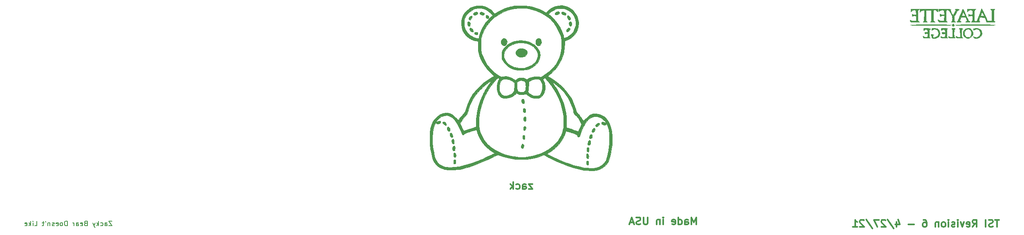
<source format=gbr>
%TF.GenerationSoftware,KiCad,Pcbnew,(5.1.6)-1*%
%TF.CreationDate,2021-04-27T14:52:06-04:00*%
%TF.ProjectId,TSI_Rev.5,5453495f-5265-4762-9e35-2e6b69636164,rev?*%
%TF.SameCoordinates,Original*%
%TF.FileFunction,Legend,Bot*%
%TF.FilePolarity,Positive*%
%FSLAX46Y46*%
G04 Gerber Fmt 4.6, Leading zero omitted, Abs format (unit mm)*
G04 Created by KiCad (PCBNEW (5.1.6)-1) date 2021-04-27 14:52:06*
%MOMM*%
%LPD*%
G01*
G04 APERTURE LIST*
%ADD10C,0.300000*%
%ADD11C,0.150000*%
%ADD12C,0.010000*%
G04 APERTURE END LIST*
D10*
X239993428Y-216832571D02*
X239993428Y-215332571D01*
X239493428Y-216404000D01*
X238993428Y-215332571D01*
X238993428Y-216832571D01*
X237636285Y-216832571D02*
X237636285Y-216046857D01*
X237707714Y-215904000D01*
X237850571Y-215832571D01*
X238136285Y-215832571D01*
X238279142Y-215904000D01*
X237636285Y-216761142D02*
X237779142Y-216832571D01*
X238136285Y-216832571D01*
X238279142Y-216761142D01*
X238350571Y-216618285D01*
X238350571Y-216475428D01*
X238279142Y-216332571D01*
X238136285Y-216261142D01*
X237779142Y-216261142D01*
X237636285Y-216189714D01*
X236279142Y-216832571D02*
X236279142Y-215332571D01*
X236279142Y-216761142D02*
X236422000Y-216832571D01*
X236707714Y-216832571D01*
X236850571Y-216761142D01*
X236922000Y-216689714D01*
X236993428Y-216546857D01*
X236993428Y-216118285D01*
X236922000Y-215975428D01*
X236850571Y-215904000D01*
X236707714Y-215832571D01*
X236422000Y-215832571D01*
X236279142Y-215904000D01*
X234993428Y-216761142D02*
X235136285Y-216832571D01*
X235422000Y-216832571D01*
X235564857Y-216761142D01*
X235636285Y-216618285D01*
X235636285Y-216046857D01*
X235564857Y-215904000D01*
X235422000Y-215832571D01*
X235136285Y-215832571D01*
X234993428Y-215904000D01*
X234922000Y-216046857D01*
X234922000Y-216189714D01*
X235636285Y-216332571D01*
X233136285Y-216832571D02*
X233136285Y-215832571D01*
X233136285Y-215332571D02*
X233207714Y-215404000D01*
X233136285Y-215475428D01*
X233064857Y-215404000D01*
X233136285Y-215332571D01*
X233136285Y-215475428D01*
X232422000Y-215832571D02*
X232422000Y-216832571D01*
X232422000Y-215975428D02*
X232350571Y-215904000D01*
X232207714Y-215832571D01*
X231993428Y-215832571D01*
X231850571Y-215904000D01*
X231779142Y-216046857D01*
X231779142Y-216832571D01*
X229922000Y-215332571D02*
X229922000Y-216546857D01*
X229850571Y-216689714D01*
X229779142Y-216761142D01*
X229636285Y-216832571D01*
X229350571Y-216832571D01*
X229207714Y-216761142D01*
X229136285Y-216689714D01*
X229064857Y-216546857D01*
X229064857Y-215332571D01*
X228422000Y-216761142D02*
X228207714Y-216832571D01*
X227850571Y-216832571D01*
X227707714Y-216761142D01*
X227636285Y-216689714D01*
X227564857Y-216546857D01*
X227564857Y-216404000D01*
X227636285Y-216261142D01*
X227707714Y-216189714D01*
X227850571Y-216118285D01*
X228136285Y-216046857D01*
X228279142Y-215975428D01*
X228350571Y-215904000D01*
X228422000Y-215761142D01*
X228422000Y-215618285D01*
X228350571Y-215475428D01*
X228279142Y-215404000D01*
X228136285Y-215332571D01*
X227779142Y-215332571D01*
X227564857Y-215404000D01*
X226993428Y-216404000D02*
X226279142Y-216404000D01*
X227136285Y-216832571D02*
X226636285Y-215332571D01*
X226136285Y-216832571D01*
X302742285Y-215840571D02*
X301885142Y-215840571D01*
X302313714Y-217340571D02*
X302313714Y-215840571D01*
X301456571Y-217269142D02*
X301242285Y-217340571D01*
X300885142Y-217340571D01*
X300742285Y-217269142D01*
X300670857Y-217197714D01*
X300599428Y-217054857D01*
X300599428Y-216912000D01*
X300670857Y-216769142D01*
X300742285Y-216697714D01*
X300885142Y-216626285D01*
X301170857Y-216554857D01*
X301313714Y-216483428D01*
X301385142Y-216412000D01*
X301456571Y-216269142D01*
X301456571Y-216126285D01*
X301385142Y-215983428D01*
X301313714Y-215912000D01*
X301170857Y-215840571D01*
X300813714Y-215840571D01*
X300599428Y-215912000D01*
X299956571Y-217340571D02*
X299956571Y-215840571D01*
X297242285Y-217340571D02*
X297742285Y-216626285D01*
X298099428Y-217340571D02*
X298099428Y-215840571D01*
X297528000Y-215840571D01*
X297385142Y-215912000D01*
X297313714Y-215983428D01*
X297242285Y-216126285D01*
X297242285Y-216340571D01*
X297313714Y-216483428D01*
X297385142Y-216554857D01*
X297528000Y-216626285D01*
X298099428Y-216626285D01*
X296028000Y-217269142D02*
X296170857Y-217340571D01*
X296456571Y-217340571D01*
X296599428Y-217269142D01*
X296670857Y-217126285D01*
X296670857Y-216554857D01*
X296599428Y-216412000D01*
X296456571Y-216340571D01*
X296170857Y-216340571D01*
X296028000Y-216412000D01*
X295956571Y-216554857D01*
X295956571Y-216697714D01*
X296670857Y-216840571D01*
X295456571Y-216340571D02*
X295099428Y-217340571D01*
X294742285Y-216340571D01*
X294170857Y-217340571D02*
X294170857Y-216340571D01*
X294170857Y-215840571D02*
X294242285Y-215912000D01*
X294170857Y-215983428D01*
X294099428Y-215912000D01*
X294170857Y-215840571D01*
X294170857Y-215983428D01*
X293528000Y-217269142D02*
X293385142Y-217340571D01*
X293099428Y-217340571D01*
X292956571Y-217269142D01*
X292885142Y-217126285D01*
X292885142Y-217054857D01*
X292956571Y-216912000D01*
X293099428Y-216840571D01*
X293313714Y-216840571D01*
X293456571Y-216769142D01*
X293528000Y-216626285D01*
X293528000Y-216554857D01*
X293456571Y-216412000D01*
X293313714Y-216340571D01*
X293099428Y-216340571D01*
X292956571Y-216412000D01*
X292242285Y-217340571D02*
X292242285Y-216340571D01*
X292242285Y-215840571D02*
X292313714Y-215912000D01*
X292242285Y-215983428D01*
X292170857Y-215912000D01*
X292242285Y-215840571D01*
X292242285Y-215983428D01*
X291313714Y-217340571D02*
X291456571Y-217269142D01*
X291528000Y-217197714D01*
X291599428Y-217054857D01*
X291599428Y-216626285D01*
X291528000Y-216483428D01*
X291456571Y-216412000D01*
X291313714Y-216340571D01*
X291099428Y-216340571D01*
X290956571Y-216412000D01*
X290885142Y-216483428D01*
X290813714Y-216626285D01*
X290813714Y-217054857D01*
X290885142Y-217197714D01*
X290956571Y-217269142D01*
X291099428Y-217340571D01*
X291313714Y-217340571D01*
X290170857Y-216340571D02*
X290170857Y-217340571D01*
X290170857Y-216483428D02*
X290099428Y-216412000D01*
X289956571Y-216340571D01*
X289742285Y-216340571D01*
X289599428Y-216412000D01*
X289528000Y-216554857D01*
X289528000Y-217340571D01*
X287028000Y-215840571D02*
X287313714Y-215840571D01*
X287456571Y-215912000D01*
X287528000Y-215983428D01*
X287670857Y-216197714D01*
X287742285Y-216483428D01*
X287742285Y-217054857D01*
X287670857Y-217197714D01*
X287599428Y-217269142D01*
X287456571Y-217340571D01*
X287170857Y-217340571D01*
X287028000Y-217269142D01*
X286956571Y-217197714D01*
X286885142Y-217054857D01*
X286885142Y-216697714D01*
X286956571Y-216554857D01*
X287028000Y-216483428D01*
X287170857Y-216412000D01*
X287456571Y-216412000D01*
X287599428Y-216483428D01*
X287670857Y-216554857D01*
X287742285Y-216697714D01*
X285099428Y-216769142D02*
X283956571Y-216769142D01*
X281456571Y-216340571D02*
X281456571Y-217340571D01*
X281813714Y-215769142D02*
X282170857Y-216840571D01*
X281242285Y-216840571D01*
X279599428Y-215769142D02*
X280885142Y-217697714D01*
X279170857Y-215983428D02*
X279099428Y-215912000D01*
X278956571Y-215840571D01*
X278599428Y-215840571D01*
X278456571Y-215912000D01*
X278385142Y-215983428D01*
X278313714Y-216126285D01*
X278313714Y-216269142D01*
X278385142Y-216483428D01*
X279242285Y-217340571D01*
X278313714Y-217340571D01*
X277813714Y-215840571D02*
X276813714Y-215840571D01*
X277456571Y-217340571D01*
X275170857Y-215769142D02*
X276456571Y-217697714D01*
X274742285Y-215983428D02*
X274670857Y-215912000D01*
X274528000Y-215840571D01*
X274170857Y-215840571D01*
X274028000Y-215912000D01*
X273956571Y-215983428D01*
X273885142Y-216126285D01*
X273885142Y-216269142D01*
X273956571Y-216483428D01*
X274813714Y-217340571D01*
X273885142Y-217340571D01*
X272456571Y-217340571D02*
X273313714Y-217340571D01*
X272885142Y-217340571D02*
X272885142Y-215840571D01*
X273028000Y-216054857D01*
X273170857Y-216197714D01*
X273313714Y-216269142D01*
X206029428Y-208466571D02*
X205243714Y-208466571D01*
X206029428Y-209466571D01*
X205243714Y-209466571D01*
X204029428Y-209466571D02*
X204029428Y-208680857D01*
X204100857Y-208538000D01*
X204243714Y-208466571D01*
X204529428Y-208466571D01*
X204672285Y-208538000D01*
X204029428Y-209395142D02*
X204172285Y-209466571D01*
X204529428Y-209466571D01*
X204672285Y-209395142D01*
X204743714Y-209252285D01*
X204743714Y-209109428D01*
X204672285Y-208966571D01*
X204529428Y-208895142D01*
X204172285Y-208895142D01*
X204029428Y-208823714D01*
X202672285Y-209395142D02*
X202815142Y-209466571D01*
X203100857Y-209466571D01*
X203243714Y-209395142D01*
X203315142Y-209323714D01*
X203386571Y-209180857D01*
X203386571Y-208752285D01*
X203315142Y-208609428D01*
X203243714Y-208538000D01*
X203100857Y-208466571D01*
X202815142Y-208466571D01*
X202672285Y-208538000D01*
X202029428Y-209466571D02*
X202029428Y-207966571D01*
X201886571Y-208895142D02*
X201458000Y-209466571D01*
X201458000Y-208466571D02*
X202029428Y-209038000D01*
D11*
X118939128Y-216101680D02*
X118272461Y-216101680D01*
X118939128Y-217101680D01*
X118272461Y-217101680D01*
X117462938Y-217101680D02*
X117462938Y-216577871D01*
X117510557Y-216482633D01*
X117605795Y-216435014D01*
X117796271Y-216435014D01*
X117891509Y-216482633D01*
X117462938Y-217054061D02*
X117558176Y-217101680D01*
X117796271Y-217101680D01*
X117891509Y-217054061D01*
X117939128Y-216958823D01*
X117939128Y-216863585D01*
X117891509Y-216768347D01*
X117796271Y-216720728D01*
X117558176Y-216720728D01*
X117462938Y-216673109D01*
X116558176Y-217054061D02*
X116653414Y-217101680D01*
X116843890Y-217101680D01*
X116939128Y-217054061D01*
X116986747Y-217006442D01*
X117034366Y-216911204D01*
X117034366Y-216625490D01*
X116986747Y-216530252D01*
X116939128Y-216482633D01*
X116843890Y-216435014D01*
X116653414Y-216435014D01*
X116558176Y-216482633D01*
X116129604Y-217101680D02*
X116129604Y-216101680D01*
X116034366Y-216720728D02*
X115748652Y-217101680D01*
X115748652Y-216435014D02*
X116129604Y-216815966D01*
X115415319Y-216435014D02*
X115177223Y-217101680D01*
X114939128Y-216435014D02*
X115177223Y-217101680D01*
X115272461Y-217339776D01*
X115320080Y-217387395D01*
X115415319Y-217435014D01*
X113462938Y-216577871D02*
X113320080Y-216625490D01*
X113272461Y-216673109D01*
X113224842Y-216768347D01*
X113224842Y-216911204D01*
X113272461Y-217006442D01*
X113320080Y-217054061D01*
X113415319Y-217101680D01*
X113796271Y-217101680D01*
X113796271Y-216101680D01*
X113462938Y-216101680D01*
X113367700Y-216149300D01*
X113320080Y-216196919D01*
X113272461Y-216292157D01*
X113272461Y-216387395D01*
X113320080Y-216482633D01*
X113367700Y-216530252D01*
X113462938Y-216577871D01*
X113796271Y-216577871D01*
X112415319Y-217054061D02*
X112510557Y-217101680D01*
X112701033Y-217101680D01*
X112796271Y-217054061D01*
X112843890Y-216958823D01*
X112843890Y-216577871D01*
X112796271Y-216482633D01*
X112701033Y-216435014D01*
X112510557Y-216435014D01*
X112415319Y-216482633D01*
X112367700Y-216577871D01*
X112367700Y-216673109D01*
X112843890Y-216768347D01*
X111510557Y-217101680D02*
X111510557Y-216577871D01*
X111558176Y-216482633D01*
X111653414Y-216435014D01*
X111843890Y-216435014D01*
X111939128Y-216482633D01*
X111510557Y-217054061D02*
X111605795Y-217101680D01*
X111843890Y-217101680D01*
X111939128Y-217054061D01*
X111986747Y-216958823D01*
X111986747Y-216863585D01*
X111939128Y-216768347D01*
X111843890Y-216720728D01*
X111605795Y-216720728D01*
X111510557Y-216673109D01*
X111034366Y-217101680D02*
X111034366Y-216435014D01*
X111034366Y-216625490D02*
X110986747Y-216530252D01*
X110939128Y-216482633D01*
X110843890Y-216435014D01*
X110748652Y-216435014D01*
X109653414Y-217101680D02*
X109653414Y-216101680D01*
X109415319Y-216101680D01*
X109272461Y-216149300D01*
X109177223Y-216244538D01*
X109129604Y-216339776D01*
X109081985Y-216530252D01*
X109081985Y-216673109D01*
X109129604Y-216863585D01*
X109177223Y-216958823D01*
X109272461Y-217054061D01*
X109415319Y-217101680D01*
X109653414Y-217101680D01*
X108510557Y-217101680D02*
X108605795Y-217054061D01*
X108653414Y-217006442D01*
X108701033Y-216911204D01*
X108701033Y-216625490D01*
X108653414Y-216530252D01*
X108605795Y-216482633D01*
X108510557Y-216435014D01*
X108367700Y-216435014D01*
X108272461Y-216482633D01*
X108224842Y-216530252D01*
X108177223Y-216625490D01*
X108177223Y-216911204D01*
X108224842Y-217006442D01*
X108272461Y-217054061D01*
X108367700Y-217101680D01*
X108510557Y-217101680D01*
X107367700Y-217054061D02*
X107462938Y-217101680D01*
X107653414Y-217101680D01*
X107748652Y-217054061D01*
X107796271Y-216958823D01*
X107796271Y-216577871D01*
X107748652Y-216482633D01*
X107653414Y-216435014D01*
X107462938Y-216435014D01*
X107367700Y-216482633D01*
X107320080Y-216577871D01*
X107320080Y-216673109D01*
X107796271Y-216768347D01*
X106939128Y-217054061D02*
X106843890Y-217101680D01*
X106653414Y-217101680D01*
X106558176Y-217054061D01*
X106510557Y-216958823D01*
X106510557Y-216911204D01*
X106558176Y-216815966D01*
X106653414Y-216768347D01*
X106796271Y-216768347D01*
X106891509Y-216720728D01*
X106939128Y-216625490D01*
X106939128Y-216577871D01*
X106891509Y-216482633D01*
X106796271Y-216435014D01*
X106653414Y-216435014D01*
X106558176Y-216482633D01*
X106081985Y-216435014D02*
X106081985Y-217101680D01*
X106081985Y-216530252D02*
X106034366Y-216482633D01*
X105939128Y-216435014D01*
X105796271Y-216435014D01*
X105701033Y-216482633D01*
X105653414Y-216577871D01*
X105653414Y-217101680D01*
X105129604Y-216101680D02*
X105224842Y-216292157D01*
X104843890Y-216435014D02*
X104462938Y-216435014D01*
X104701033Y-216101680D02*
X104701033Y-216958823D01*
X104653414Y-217054061D01*
X104558176Y-217101680D01*
X104462938Y-217101680D01*
X102891509Y-217101680D02*
X103367700Y-217101680D01*
X103367700Y-216101680D01*
X102558176Y-217101680D02*
X102558176Y-216435014D01*
X102558176Y-216101680D02*
X102605795Y-216149300D01*
X102558176Y-216196919D01*
X102510557Y-216149300D01*
X102558176Y-216101680D01*
X102558176Y-216196919D01*
X102081985Y-217101680D02*
X102081985Y-216101680D01*
X101986747Y-216720728D02*
X101701033Y-217101680D01*
X101701033Y-216435014D02*
X102081985Y-216815966D01*
X100891509Y-217054061D02*
X100986747Y-217101680D01*
X101177223Y-217101680D01*
X101272461Y-217054061D01*
X101320080Y-216958823D01*
X101320080Y-216577871D01*
X101272461Y-216482633D01*
X101177223Y-216435014D01*
X100986747Y-216435014D01*
X100891509Y-216482633D01*
X100843890Y-216577871D01*
X100843890Y-216673109D01*
X101320080Y-216768347D01*
D12*
%TO.C,G\u002A\u002A\u002A*%
G36*
X297544884Y-176056405D02*
G01*
X297395009Y-176127800D01*
X297377768Y-176154691D01*
X297369520Y-176313788D01*
X297453460Y-176390820D01*
X297577297Y-176346500D01*
X297600356Y-176321921D01*
X297788025Y-176216098D01*
X298061946Y-176201861D01*
X298365812Y-176279416D01*
X298450954Y-176318826D01*
X298694295Y-176527215D01*
X298819646Y-176810331D01*
X298832391Y-177126912D01*
X298737909Y-177435696D01*
X298541582Y-177695420D01*
X298249353Y-177864639D01*
X298002534Y-177925669D01*
X297812891Y-177906288D01*
X297664845Y-177843472D01*
X297469127Y-177748158D01*
X297388861Y-177730721D01*
X297386730Y-177795999D01*
X297407421Y-177876839D01*
X297527816Y-178032170D01*
X297761633Y-178117954D01*
X298065491Y-178128572D01*
X298396010Y-178058403D01*
X298499515Y-178018320D01*
X298837539Y-177790147D01*
X299054682Y-177468728D01*
X299127334Y-177107044D01*
X299061241Y-176690861D01*
X298875319Y-176354776D01*
X298622105Y-176150433D01*
X298384006Y-176069632D01*
X298090815Y-176027145D01*
X297793963Y-176022794D01*
X297544884Y-176056405D01*
G37*
X297544884Y-176056405D02*
X297395009Y-176127800D01*
X297377768Y-176154691D01*
X297369520Y-176313788D01*
X297453460Y-176390820D01*
X297577297Y-176346500D01*
X297600356Y-176321921D01*
X297788025Y-176216098D01*
X298061946Y-176201861D01*
X298365812Y-176279416D01*
X298450954Y-176318826D01*
X298694295Y-176527215D01*
X298819646Y-176810331D01*
X298832391Y-177126912D01*
X298737909Y-177435696D01*
X298541582Y-177695420D01*
X298249353Y-177864639D01*
X298002534Y-177925669D01*
X297812891Y-177906288D01*
X297664845Y-177843472D01*
X297469127Y-177748158D01*
X297388861Y-177730721D01*
X297386730Y-177795999D01*
X297407421Y-177876839D01*
X297527816Y-178032170D01*
X297761633Y-178117954D01*
X298065491Y-178128572D01*
X298396010Y-178058403D01*
X298499515Y-178018320D01*
X298837539Y-177790147D01*
X299054682Y-177468728D01*
X299127334Y-177107044D01*
X299061241Y-176690861D01*
X298875319Y-176354776D01*
X298622105Y-176150433D01*
X298384006Y-176069632D01*
X298090815Y-176027145D01*
X297793963Y-176022794D01*
X297544884Y-176056405D01*
G36*
X295870350Y-176073987D02*
G01*
X295573191Y-176240763D01*
X295359184Y-176530935D01*
X295234911Y-176936770D01*
X295266245Y-177335166D01*
X295442123Y-177691179D01*
X295751478Y-177969865D01*
X295828605Y-178013358D01*
X296165521Y-178125974D01*
X296496625Y-178093420D01*
X296753713Y-177982742D01*
X297077314Y-177725780D01*
X297265188Y-177395709D01*
X297294049Y-177172649D01*
X297001772Y-177172649D01*
X296885449Y-177542555D01*
X296762904Y-177734349D01*
X296612676Y-177834291D01*
X296376322Y-177872860D01*
X296242259Y-177877982D01*
X295939706Y-177825157D01*
X295761702Y-177694167D01*
X295559335Y-177364012D01*
X295517675Y-176986439D01*
X295569763Y-176746425D01*
X295742572Y-176432917D01*
X295991128Y-176242591D01*
X296279117Y-176184202D01*
X296570222Y-176266509D01*
X296791474Y-176451829D01*
X296972722Y-176790471D01*
X297001772Y-177172649D01*
X297294049Y-177172649D01*
X297312991Y-177026252D01*
X297216377Y-176651132D01*
X296971003Y-176304070D01*
X296970123Y-176303189D01*
X296763889Y-176124399D01*
X296565345Y-176042284D01*
X296288515Y-176022017D01*
X296275973Y-176022000D01*
X295870350Y-176073987D01*
G37*
X295870350Y-176073987D02*
X295573191Y-176240763D01*
X295359184Y-176530935D01*
X295234911Y-176936770D01*
X295266245Y-177335166D01*
X295442123Y-177691179D01*
X295751478Y-177969865D01*
X295828605Y-178013358D01*
X296165521Y-178125974D01*
X296496625Y-178093420D01*
X296753713Y-177982742D01*
X297077314Y-177725780D01*
X297265188Y-177395709D01*
X297294049Y-177172649D01*
X297001772Y-177172649D01*
X296885449Y-177542555D01*
X296762904Y-177734349D01*
X296612676Y-177834291D01*
X296376322Y-177872860D01*
X296242259Y-177877982D01*
X295939706Y-177825157D01*
X295761702Y-177694167D01*
X295559335Y-177364012D01*
X295517675Y-176986439D01*
X295569763Y-176746425D01*
X295742572Y-176432917D01*
X295991128Y-176242591D01*
X296279117Y-176184202D01*
X296570222Y-176266509D01*
X296791474Y-176451829D01*
X296972722Y-176790471D01*
X297001772Y-177172649D01*
X297294049Y-177172649D01*
X297312991Y-177026252D01*
X297216377Y-176651132D01*
X296971003Y-176304070D01*
X296970123Y-176303189D01*
X296763889Y-176124399D01*
X296565345Y-176042284D01*
X296288515Y-176022017D01*
X296275973Y-176022000D01*
X295870350Y-176073987D01*
G36*
X288823478Y-176027142D02*
G01*
X288739454Y-176065061D01*
X288714818Y-176146664D01*
X288713334Y-176224112D01*
X288732937Y-176404032D01*
X288806039Y-176426708D01*
X288937096Y-176318333D01*
X289105682Y-176231172D01*
X289343072Y-176191556D01*
X289360894Y-176191333D01*
X289679319Y-176266015D01*
X289931373Y-176463383D01*
X290097601Y-176743419D01*
X290158552Y-177066105D01*
X290094772Y-177391424D01*
X290014602Y-177536105D01*
X289821020Y-177719470D01*
X289556918Y-177862353D01*
X289290412Y-177934789D01*
X289130452Y-177925027D01*
X289025810Y-177832592D01*
X288968688Y-177679472D01*
X288970533Y-177533325D01*
X289042790Y-177461805D01*
X289052000Y-177461333D01*
X289134207Y-177396904D01*
X289136667Y-177376667D01*
X289062238Y-177320704D01*
X288879224Y-177292731D01*
X288840334Y-177292000D01*
X288644466Y-177313265D01*
X288546560Y-177365555D01*
X288544000Y-177376667D01*
X288608430Y-177458873D01*
X288628667Y-177461333D01*
X288685444Y-177535567D01*
X288712873Y-177717266D01*
X288713334Y-177747083D01*
X288733703Y-177948051D01*
X288827492Y-178044198D01*
X288977917Y-178085750D01*
X289271918Y-178129784D01*
X289503255Y-178112464D01*
X289761917Y-178022853D01*
X289862757Y-177978214D01*
X290195504Y-177746648D01*
X290397253Y-177433883D01*
X290462065Y-177072883D01*
X290384000Y-176696616D01*
X290158047Y-176339084D01*
X290015167Y-176195983D01*
X289869990Y-176111188D01*
X289668743Y-176065407D01*
X289357656Y-176039347D01*
X289315919Y-176036940D01*
X289003447Y-176021554D01*
X288823478Y-176027142D01*
G37*
X288823478Y-176027142D02*
X288739454Y-176065061D01*
X288714818Y-176146664D01*
X288713334Y-176224112D01*
X288732937Y-176404032D01*
X288806039Y-176426708D01*
X288937096Y-176318333D01*
X289105682Y-176231172D01*
X289343072Y-176191556D01*
X289360894Y-176191333D01*
X289679319Y-176266015D01*
X289931373Y-176463383D01*
X290097601Y-176743419D01*
X290158552Y-177066105D01*
X290094772Y-177391424D01*
X290014602Y-177536105D01*
X289821020Y-177719470D01*
X289556918Y-177862353D01*
X289290412Y-177934789D01*
X289130452Y-177925027D01*
X289025810Y-177832592D01*
X288968688Y-177679472D01*
X288970533Y-177533325D01*
X289042790Y-177461805D01*
X289052000Y-177461333D01*
X289134207Y-177396904D01*
X289136667Y-177376667D01*
X289062238Y-177320704D01*
X288879224Y-177292731D01*
X288840334Y-177292000D01*
X288644466Y-177313265D01*
X288546560Y-177365555D01*
X288544000Y-177376667D01*
X288608430Y-177458873D01*
X288628667Y-177461333D01*
X288685444Y-177535567D01*
X288712873Y-177717266D01*
X288713334Y-177747083D01*
X288733703Y-177948051D01*
X288827492Y-178044198D01*
X288977917Y-178085750D01*
X289271918Y-178129784D01*
X289503255Y-178112464D01*
X289761917Y-178022853D01*
X289862757Y-177978214D01*
X290195504Y-177746648D01*
X290397253Y-177433883D01*
X290462065Y-177072883D01*
X290384000Y-176696616D01*
X290158047Y-176339084D01*
X290015167Y-176195983D01*
X289869990Y-176111188D01*
X289668743Y-176065407D01*
X289357656Y-176039347D01*
X289315919Y-176036940D01*
X289003447Y-176021554D01*
X288823478Y-176027142D01*
G36*
X294539781Y-176038816D02*
G01*
X294403483Y-176081364D01*
X294386000Y-176106667D01*
X294454577Y-176181781D01*
X294513000Y-176191333D01*
X294572223Y-176219311D01*
X294610245Y-176321814D01*
X294631245Y-176526693D01*
X294639399Y-176861801D01*
X294640000Y-177038000D01*
X294640000Y-177884667D01*
X294404839Y-177884667D01*
X294151393Y-177834651D01*
X293976031Y-177749031D01*
X293806012Y-177652599D01*
X293739328Y-177685916D01*
X293761599Y-177857005D01*
X293764233Y-177867197D01*
X293802047Y-177960845D01*
X293879741Y-178016631D01*
X294034551Y-178044238D01*
X294303711Y-178053351D01*
X294482494Y-178054000D01*
X295151904Y-178054000D01*
X295013937Y-177843436D01*
X294950942Y-177664820D01*
X294912919Y-177391031D01*
X294899032Y-177068287D01*
X294908445Y-176742803D01*
X294940320Y-176460799D01*
X294993823Y-176268490D01*
X295043455Y-176212070D01*
X295153031Y-176144809D01*
X295116831Y-176080358D01*
X294957909Y-176034568D01*
X294767000Y-176022000D01*
X294539781Y-176038816D01*
G37*
X294539781Y-176038816D02*
X294403483Y-176081364D01*
X294386000Y-176106667D01*
X294454577Y-176181781D01*
X294513000Y-176191333D01*
X294572223Y-176219311D01*
X294610245Y-176321814D01*
X294631245Y-176526693D01*
X294639399Y-176861801D01*
X294640000Y-177038000D01*
X294640000Y-177884667D01*
X294404839Y-177884667D01*
X294151393Y-177834651D01*
X293976031Y-177749031D01*
X293806012Y-177652599D01*
X293739328Y-177685916D01*
X293761599Y-177857005D01*
X293764233Y-177867197D01*
X293802047Y-177960845D01*
X293879741Y-178016631D01*
X294034551Y-178044238D01*
X294303711Y-178053351D01*
X294482494Y-178054000D01*
X295151904Y-178054000D01*
X295013937Y-177843436D01*
X294950942Y-177664820D01*
X294912919Y-177391031D01*
X294899032Y-177068287D01*
X294908445Y-176742803D01*
X294940320Y-176460799D01*
X294993823Y-176268490D01*
X295043455Y-176212070D01*
X295153031Y-176144809D01*
X295116831Y-176080358D01*
X294957909Y-176034568D01*
X294767000Y-176022000D01*
X294539781Y-176038816D01*
G36*
X292994418Y-176042704D02*
G01*
X292871054Y-176096039D01*
X292889327Y-176168833D01*
X292992197Y-176223177D01*
X293054352Y-176276499D01*
X293090460Y-176398667D01*
X293104500Y-176621061D01*
X293100452Y-176975058D01*
X293098030Y-177057736D01*
X293073667Y-177842333D01*
X292835361Y-177869652D01*
X292583057Y-177843245D01*
X292390861Y-177761867D01*
X292236225Y-177687078D01*
X292187733Y-177741141D01*
X292236059Y-177920075D01*
X292296266Y-177988981D01*
X292433656Y-178029841D01*
X292681087Y-178048476D01*
X292976892Y-178051307D01*
X293311727Y-178046526D01*
X293501212Y-178032034D01*
X293569270Y-178002741D01*
X293539823Y-177953559D01*
X293518167Y-177936140D01*
X293443347Y-177799499D01*
X293391117Y-177550587D01*
X293362043Y-177235235D01*
X293356690Y-176899273D01*
X293375626Y-176588535D01*
X293419416Y-176348850D01*
X293488625Y-176226051D01*
X293497000Y-176221951D01*
X293619762Y-176144068D01*
X293590119Y-176076309D01*
X293424968Y-176031977D01*
X293243000Y-176022000D01*
X292994418Y-176042704D01*
G37*
X292994418Y-176042704D02*
X292871054Y-176096039D01*
X292889327Y-176168833D01*
X292992197Y-176223177D01*
X293054352Y-176276499D01*
X293090460Y-176398667D01*
X293104500Y-176621061D01*
X293100452Y-176975058D01*
X293098030Y-177057736D01*
X293073667Y-177842333D01*
X292835361Y-177869652D01*
X292583057Y-177843245D01*
X292390861Y-177761867D01*
X292236225Y-177687078D01*
X292187733Y-177741141D01*
X292236059Y-177920075D01*
X292296266Y-177988981D01*
X292433656Y-178029841D01*
X292681087Y-178048476D01*
X292976892Y-178051307D01*
X293311727Y-178046526D01*
X293501212Y-178032034D01*
X293569270Y-178002741D01*
X293539823Y-177953559D01*
X293518167Y-177936140D01*
X293443347Y-177799499D01*
X293391117Y-177550587D01*
X293362043Y-177235235D01*
X293356690Y-176899273D01*
X293375626Y-176588535D01*
X293419416Y-176348850D01*
X293488625Y-176226051D01*
X293497000Y-176221951D01*
X293619762Y-176144068D01*
X293590119Y-176076309D01*
X293424968Y-176031977D01*
X293243000Y-176022000D01*
X292994418Y-176042704D01*
G36*
X291002071Y-176024255D02*
G01*
X290800923Y-176038220D01*
X290700008Y-176074690D01*
X290664777Y-176144462D01*
X290660667Y-176233667D01*
X290665364Y-176384031D01*
X290708408Y-176431595D01*
X290833236Y-176387847D01*
X290976289Y-176317139D01*
X291244647Y-176229002D01*
X291418493Y-176281000D01*
X291500052Y-176474287D01*
X291507334Y-176592540D01*
X291507334Y-176890962D01*
X291168667Y-176845538D01*
X290952138Y-176825805D01*
X290855004Y-176858764D01*
X290830359Y-176965207D01*
X290830000Y-176995667D01*
X290846124Y-177118533D01*
X290925766Y-177163938D01*
X291115833Y-177152675D01*
X291168667Y-177145795D01*
X291507334Y-177100371D01*
X291507334Y-177492519D01*
X291501115Y-177731052D01*
X291461036Y-177845670D01*
X291354964Y-177881782D01*
X291229839Y-177884667D01*
X290971567Y-177843939D01*
X290764173Y-177752866D01*
X290620692Y-177682031D01*
X290578839Y-177744542D01*
X290627392Y-177920075D01*
X290685261Y-177987144D01*
X290817292Y-178027785D01*
X291055617Y-178047387D01*
X291410559Y-178051425D01*
X291765845Y-178044774D01*
X291966496Y-178026433D01*
X292026947Y-177994205D01*
X291994167Y-177962551D01*
X291924860Y-177897990D01*
X291880732Y-177779736D01*
X291856517Y-177574759D01*
X291846943Y-177250033D01*
X291846000Y-177033793D01*
X291854088Y-176641842D01*
X291876704Y-176358648D01*
X291911384Y-176208759D01*
X291930667Y-176191333D01*
X292012874Y-176126904D01*
X292015334Y-176106667D01*
X291936118Y-176064737D01*
X291719848Y-176035273D01*
X291398593Y-176022282D01*
X291338000Y-176022000D01*
X291002071Y-176024255D01*
G37*
X291002071Y-176024255D02*
X290800923Y-176038220D01*
X290700008Y-176074690D01*
X290664777Y-176144462D01*
X290660667Y-176233667D01*
X290665364Y-176384031D01*
X290708408Y-176431595D01*
X290833236Y-176387847D01*
X290976289Y-176317139D01*
X291244647Y-176229002D01*
X291418493Y-176281000D01*
X291500052Y-176474287D01*
X291507334Y-176592540D01*
X291507334Y-176890962D01*
X291168667Y-176845538D01*
X290952138Y-176825805D01*
X290855004Y-176858764D01*
X290830359Y-176965207D01*
X290830000Y-176995667D01*
X290846124Y-177118533D01*
X290925766Y-177163938D01*
X291115833Y-177152675D01*
X291168667Y-177145795D01*
X291507334Y-177100371D01*
X291507334Y-177492519D01*
X291501115Y-177731052D01*
X291461036Y-177845670D01*
X291354964Y-177881782D01*
X291229839Y-177884667D01*
X290971567Y-177843939D01*
X290764173Y-177752866D01*
X290620692Y-177682031D01*
X290578839Y-177744542D01*
X290627392Y-177920075D01*
X290685261Y-177987144D01*
X290817292Y-178027785D01*
X291055617Y-178047387D01*
X291410559Y-178051425D01*
X291765845Y-178044774D01*
X291966496Y-178026433D01*
X292026947Y-177994205D01*
X291994167Y-177962551D01*
X291924860Y-177897990D01*
X291880732Y-177779736D01*
X291856517Y-177574759D01*
X291846943Y-177250033D01*
X291846000Y-177033793D01*
X291854088Y-176641842D01*
X291876704Y-176358648D01*
X291911384Y-176208759D01*
X291930667Y-176191333D01*
X292012874Y-176126904D01*
X292015334Y-176106667D01*
X291936118Y-176064737D01*
X291719848Y-176035273D01*
X291398593Y-176022282D01*
X291338000Y-176022000D01*
X291002071Y-176024255D01*
G36*
X287398873Y-176023760D02*
G01*
X287189040Y-176035700D01*
X287083346Y-176067806D01*
X287049196Y-176130065D01*
X287053992Y-176232464D01*
X287054134Y-176233802D01*
X287088754Y-176397823D01*
X287138509Y-176507104D01*
X287179197Y-176521623D01*
X287189334Y-176457349D01*
X287259769Y-176356374D01*
X287406544Y-176273892D01*
X287672729Y-176237253D01*
X287862189Y-176340944D01*
X287948695Y-176567990D01*
X287951334Y-176626538D01*
X287940622Y-176791575D01*
X287876292Y-176859525D01*
X287710052Y-176862845D01*
X287612667Y-176854155D01*
X287394291Y-176844534D01*
X287296674Y-176884511D01*
X287274004Y-176993230D01*
X287274000Y-176995667D01*
X287295832Y-177105658D01*
X287391867Y-177146598D01*
X287607919Y-177137628D01*
X287612667Y-177137178D01*
X287829048Y-177124852D01*
X287925597Y-177164890D01*
X287950571Y-177289162D01*
X287951334Y-177360849D01*
X287934744Y-177592009D01*
X287899942Y-177750742D01*
X287780533Y-177851973D01*
X287566873Y-177882066D01*
X287318084Y-177841642D01*
X287108599Y-177742424D01*
X286969062Y-177650919D01*
X286934272Y-177661091D01*
X286962760Y-177749349D01*
X287011876Y-177915284D01*
X287020000Y-177976258D01*
X287098254Y-178010658D01*
X287307480Y-178036636D01*
X287609379Y-178050307D01*
X287760834Y-178051425D01*
X288119186Y-178044818D01*
X288322791Y-178026625D01*
X288385973Y-177994700D01*
X288353500Y-177962551D01*
X288282660Y-177895989D01*
X288238200Y-177773797D01*
X288214473Y-177562102D01*
X288205837Y-177227031D01*
X288205334Y-177073469D01*
X288210944Y-176680285D01*
X288230681Y-176426938D01*
X288268901Y-176284212D01*
X288329962Y-176222893D01*
X288332334Y-176221951D01*
X288460054Y-176147429D01*
X288427722Y-176087593D01*
X288244219Y-176045466D01*
X287918426Y-176024074D01*
X287745443Y-176022000D01*
X287398873Y-176023760D01*
G37*
X287398873Y-176023760D02*
X287189040Y-176035700D01*
X287083346Y-176067806D01*
X287049196Y-176130065D01*
X287053992Y-176232464D01*
X287054134Y-176233802D01*
X287088754Y-176397823D01*
X287138509Y-176507104D01*
X287179197Y-176521623D01*
X287189334Y-176457349D01*
X287259769Y-176356374D01*
X287406544Y-176273892D01*
X287672729Y-176237253D01*
X287862189Y-176340944D01*
X287948695Y-176567990D01*
X287951334Y-176626538D01*
X287940622Y-176791575D01*
X287876292Y-176859525D01*
X287710052Y-176862845D01*
X287612667Y-176854155D01*
X287394291Y-176844534D01*
X287296674Y-176884511D01*
X287274004Y-176993230D01*
X287274000Y-176995667D01*
X287295832Y-177105658D01*
X287391867Y-177146598D01*
X287607919Y-177137628D01*
X287612667Y-177137178D01*
X287829048Y-177124852D01*
X287925597Y-177164890D01*
X287950571Y-177289162D01*
X287951334Y-177360849D01*
X287934744Y-177592009D01*
X287899942Y-177750742D01*
X287780533Y-177851973D01*
X287566873Y-177882066D01*
X287318084Y-177841642D01*
X287108599Y-177742424D01*
X286969062Y-177650919D01*
X286934272Y-177661091D01*
X286962760Y-177749349D01*
X287011876Y-177915284D01*
X287020000Y-177976258D01*
X287098254Y-178010658D01*
X287307480Y-178036636D01*
X287609379Y-178050307D01*
X287760834Y-178051425D01*
X288119186Y-178044818D01*
X288322791Y-178026625D01*
X288385973Y-177994700D01*
X288353500Y-177962551D01*
X288282660Y-177895989D01*
X288238200Y-177773797D01*
X288214473Y-177562102D01*
X288205837Y-177227031D01*
X288205334Y-177073469D01*
X288210944Y-176680285D01*
X288230681Y-176426938D01*
X288268901Y-176284212D01*
X288329962Y-176222893D01*
X288332334Y-176221951D01*
X288460054Y-176147429D01*
X288427722Y-176087593D01*
X288244219Y-176045466D01*
X287918426Y-176024074D01*
X287745443Y-176022000D01*
X287398873Y-176023760D01*
G36*
X293124655Y-175134087D02*
G01*
X293059774Y-175195274D01*
X292967772Y-175325901D01*
X293010272Y-175445437D01*
X293027807Y-175467417D01*
X293145873Y-175575885D01*
X293200667Y-175598667D01*
X293301286Y-175541091D01*
X293373527Y-175467417D01*
X293435540Y-175342736D01*
X293364443Y-175218814D01*
X293341561Y-175195274D01*
X293222533Y-175100352D01*
X293124655Y-175134087D01*
G37*
X293124655Y-175134087D02*
X293059774Y-175195274D01*
X292967772Y-175325901D01*
X293010272Y-175445437D01*
X293027807Y-175467417D01*
X293145873Y-175575885D01*
X293200667Y-175598667D01*
X293301286Y-175541091D01*
X293373527Y-175467417D01*
X293435540Y-175342736D01*
X293364443Y-175218814D01*
X293341561Y-175195274D01*
X293222533Y-175100352D01*
X293124655Y-175134087D01*
G36*
X296714037Y-175261716D02*
G01*
X295802605Y-175266826D01*
X295046152Y-175275274D01*
X294447461Y-175287003D01*
X294009317Y-175301956D01*
X293734505Y-175320076D01*
X293625807Y-175341307D01*
X293624000Y-175344667D01*
X293705359Y-175363991D01*
X293936235Y-175380903D01*
X294296830Y-175395405D01*
X294767347Y-175407496D01*
X295327985Y-175417175D01*
X295958948Y-175424443D01*
X296640436Y-175429300D01*
X297352651Y-175431746D01*
X298075795Y-175431780D01*
X298790069Y-175429404D01*
X299475675Y-175424616D01*
X300112815Y-175417417D01*
X300681689Y-175407807D01*
X301162500Y-175395786D01*
X301535449Y-175381354D01*
X301780737Y-175364510D01*
X301878567Y-175345255D01*
X301879000Y-175344667D01*
X301809150Y-175322638D01*
X301571067Y-175303884D01*
X301165822Y-175288428D01*
X300594485Y-175276291D01*
X299858126Y-175267495D01*
X298957814Y-175262064D01*
X297894620Y-175260017D01*
X297777664Y-175260000D01*
X296714037Y-175261716D01*
G37*
X296714037Y-175261716D02*
X295802605Y-175266826D01*
X295046152Y-175275274D01*
X294447461Y-175287003D01*
X294009317Y-175301956D01*
X293734505Y-175320076D01*
X293625807Y-175341307D01*
X293624000Y-175344667D01*
X293705359Y-175363991D01*
X293936235Y-175380903D01*
X294296830Y-175395405D01*
X294767347Y-175407496D01*
X295327985Y-175417175D01*
X295958948Y-175424443D01*
X296640436Y-175429300D01*
X297352651Y-175431746D01*
X298075795Y-175431780D01*
X298790069Y-175429404D01*
X299475675Y-175424616D01*
X300112815Y-175417417D01*
X300681689Y-175407807D01*
X301162500Y-175395786D01*
X301535449Y-175381354D01*
X301780737Y-175364510D01*
X301878567Y-175345255D01*
X301879000Y-175344667D01*
X301809150Y-175322638D01*
X301571067Y-175303884D01*
X301165822Y-175288428D01*
X300594485Y-175276291D01*
X299858126Y-175267495D01*
X298957814Y-175262064D01*
X297894620Y-175260017D01*
X297777664Y-175260000D01*
X296714037Y-175261716D01*
G36*
X287487702Y-175261650D02*
G01*
X286552023Y-175266585D01*
X285780320Y-175274786D01*
X285173615Y-175286231D01*
X284732931Y-175300901D01*
X284459291Y-175318775D01*
X284353716Y-175339832D01*
X284353000Y-175344667D01*
X284446966Y-175363874D01*
X284690444Y-175380695D01*
X285063632Y-175395130D01*
X285546724Y-175407179D01*
X286119918Y-175416841D01*
X286763410Y-175424118D01*
X287457395Y-175429009D01*
X288182071Y-175431514D01*
X288917633Y-175431632D01*
X289644277Y-175429365D01*
X290342200Y-175424711D01*
X290991598Y-175417672D01*
X291572667Y-175408246D01*
X292065604Y-175396434D01*
X292450604Y-175382237D01*
X292707864Y-175365653D01*
X292817580Y-175346683D01*
X292819667Y-175344667D01*
X292749590Y-175322942D01*
X292511232Y-175304397D01*
X292105615Y-175289051D01*
X291533762Y-175276925D01*
X290796696Y-175268040D01*
X289895439Y-175262416D01*
X288831013Y-175260073D01*
X288586334Y-175260000D01*
X287487702Y-175261650D01*
G37*
X287487702Y-175261650D02*
X286552023Y-175266585D01*
X285780320Y-175274786D01*
X285173615Y-175286231D01*
X284732931Y-175300901D01*
X284459291Y-175318775D01*
X284353716Y-175339832D01*
X284353000Y-175344667D01*
X284446966Y-175363874D01*
X284690444Y-175380695D01*
X285063632Y-175395130D01*
X285546724Y-175407179D01*
X286119918Y-175416841D01*
X286763410Y-175424118D01*
X287457395Y-175429009D01*
X288182071Y-175431514D01*
X288917633Y-175431632D01*
X289644277Y-175429365D01*
X290342200Y-175424711D01*
X290991598Y-175417672D01*
X291572667Y-175408246D01*
X292065604Y-175396434D01*
X292450604Y-175382237D01*
X292707864Y-175365653D01*
X292817580Y-175346683D01*
X292819667Y-175344667D01*
X292749590Y-175322942D01*
X292511232Y-175304397D01*
X292105615Y-175289051D01*
X291533762Y-175276925D01*
X290796696Y-175268040D01*
X289895439Y-175262416D01*
X288831013Y-175260073D01*
X288586334Y-175260000D01*
X287487702Y-175261650D01*
G36*
X298660129Y-173131944D02*
G01*
X298494518Y-173562558D01*
X298342195Y-173942060D01*
X298216058Y-174239532D01*
X298129002Y-174424058D01*
X298104549Y-174463842D01*
X297943052Y-174562470D01*
X297748548Y-174572114D01*
X297597873Y-174494945D01*
X297570059Y-174448742D01*
X297549431Y-174313498D01*
X297532754Y-174049048D01*
X297521904Y-173695504D01*
X297518667Y-173351373D01*
X297521293Y-172928915D01*
X297532933Y-172641148D01*
X297559233Y-172453464D01*
X297605837Y-172331254D01*
X297678391Y-172239909D01*
X297703965Y-172215298D01*
X297889264Y-172042666D01*
X296984299Y-172042666D01*
X296079334Y-172042667D01*
X296079334Y-172627636D01*
X296287152Y-172419818D01*
X296567805Y-172244297D01*
X296792173Y-172212000D01*
X297054680Y-172266719D01*
X297206416Y-172437854D01*
X297254619Y-172735870D01*
X297248398Y-172871751D01*
X297216866Y-173080110D01*
X297133453Y-173174138D01*
X296944227Y-173208823D01*
X296915365Y-173211316D01*
X296617291Y-173184961D01*
X296470865Y-173099435D01*
X296380556Y-173024506D01*
X296341904Y-173063883D01*
X296333362Y-173243858D01*
X296333334Y-173267264D01*
X296342274Y-173463825D01*
X296387504Y-173525169D01*
X296496638Y-173485192D01*
X296506579Y-173479906D01*
X296715378Y-173421142D01*
X296951079Y-173413427D01*
X297138391Y-173452379D01*
X297221770Y-173557435D01*
X297250019Y-173730312D01*
X297255429Y-174055087D01*
X297214740Y-174333498D01*
X297137962Y-174523066D01*
X297049164Y-174582667D01*
X296938977Y-174629619D01*
X296926000Y-174667333D01*
X297006739Y-174706088D01*
X297233656Y-174734281D01*
X297583805Y-174749728D01*
X297815000Y-174752000D01*
X298179929Y-174745119D01*
X298472263Y-174726510D01*
X298657032Y-174699227D01*
X298704000Y-174674389D01*
X298637452Y-174579115D01*
X298603849Y-174563394D01*
X298552488Y-174499235D01*
X298563926Y-174338928D01*
X298615896Y-174129278D01*
X298728094Y-173728545D01*
X299762334Y-173778333D01*
X299929953Y-174265167D01*
X300097573Y-174752000D01*
X300967120Y-174752000D01*
X301327698Y-174745152D01*
X301615293Y-174726657D01*
X301794543Y-174699591D01*
X301836667Y-174676392D01*
X301769288Y-174583835D01*
X301709667Y-174552049D01*
X301656435Y-174503183D01*
X301619919Y-174387464D01*
X301597319Y-174179228D01*
X301585836Y-173852814D01*
X301582667Y-173388158D01*
X301585407Y-172923849D01*
X301595966Y-172599765D01*
X301617849Y-172386849D01*
X301654564Y-172256047D01*
X301709617Y-172178304D01*
X301730834Y-172160526D01*
X301791955Y-172098573D01*
X301752073Y-172064292D01*
X301586206Y-172049819D01*
X301371000Y-172047242D01*
X301093249Y-172049056D01*
X300960294Y-172063329D01*
X300947602Y-172101591D01*
X301030639Y-172175371D01*
X301056257Y-172195159D01*
X301136471Y-172265400D01*
X301189812Y-172350864D01*
X301220746Y-172483318D01*
X301233737Y-172694527D01*
X301233251Y-173016257D01*
X301225590Y-173399776D01*
X301201667Y-174455667D01*
X300309603Y-174506955D01*
X300066597Y-173973311D01*
X299916995Y-173646475D01*
X299841272Y-173482000D01*
X299624542Y-173482000D01*
X299248938Y-173482000D01*
X299023491Y-173476509D01*
X298889476Y-173462637D01*
X298873334Y-173454749D01*
X298901415Y-173331662D01*
X298970425Y-173131133D01*
X299057508Y-172910561D01*
X299139812Y-172727344D01*
X299194483Y-172638882D01*
X299198793Y-172637329D01*
X299260657Y-172709293D01*
X299360956Y-172892410D01*
X299439438Y-173060662D01*
X299624542Y-173482000D01*
X299841272Y-173482000D01*
X299728838Y-173237790D01*
X299535127Y-172818880D01*
X299470343Y-172679269D01*
X299117094Y-171918871D01*
X298660129Y-173131944D01*
G37*
X298660129Y-173131944D02*
X298494518Y-173562558D01*
X298342195Y-173942060D01*
X298216058Y-174239532D01*
X298129002Y-174424058D01*
X298104549Y-174463842D01*
X297943052Y-174562470D01*
X297748548Y-174572114D01*
X297597873Y-174494945D01*
X297570059Y-174448742D01*
X297549431Y-174313498D01*
X297532754Y-174049048D01*
X297521904Y-173695504D01*
X297518667Y-173351373D01*
X297521293Y-172928915D01*
X297532933Y-172641148D01*
X297559233Y-172453464D01*
X297605837Y-172331254D01*
X297678391Y-172239909D01*
X297703965Y-172215298D01*
X297889264Y-172042666D01*
X296984299Y-172042666D01*
X296079334Y-172042667D01*
X296079334Y-172627636D01*
X296287152Y-172419818D01*
X296567805Y-172244297D01*
X296792173Y-172212000D01*
X297054680Y-172266719D01*
X297206416Y-172437854D01*
X297254619Y-172735870D01*
X297248398Y-172871751D01*
X297216866Y-173080110D01*
X297133453Y-173174138D01*
X296944227Y-173208823D01*
X296915365Y-173211316D01*
X296617291Y-173184961D01*
X296470865Y-173099435D01*
X296380556Y-173024506D01*
X296341904Y-173063883D01*
X296333362Y-173243858D01*
X296333334Y-173267264D01*
X296342274Y-173463825D01*
X296387504Y-173525169D01*
X296496638Y-173485192D01*
X296506579Y-173479906D01*
X296715378Y-173421142D01*
X296951079Y-173413427D01*
X297138391Y-173452379D01*
X297221770Y-173557435D01*
X297250019Y-173730312D01*
X297255429Y-174055087D01*
X297214740Y-174333498D01*
X297137962Y-174523066D01*
X297049164Y-174582667D01*
X296938977Y-174629619D01*
X296926000Y-174667333D01*
X297006739Y-174706088D01*
X297233656Y-174734281D01*
X297583805Y-174749728D01*
X297815000Y-174752000D01*
X298179929Y-174745119D01*
X298472263Y-174726510D01*
X298657032Y-174699227D01*
X298704000Y-174674389D01*
X298637452Y-174579115D01*
X298603849Y-174563394D01*
X298552488Y-174499235D01*
X298563926Y-174338928D01*
X298615896Y-174129278D01*
X298728094Y-173728545D01*
X299762334Y-173778333D01*
X299929953Y-174265167D01*
X300097573Y-174752000D01*
X300967120Y-174752000D01*
X301327698Y-174745152D01*
X301615293Y-174726657D01*
X301794543Y-174699591D01*
X301836667Y-174676392D01*
X301769288Y-174583835D01*
X301709667Y-174552049D01*
X301656435Y-174503183D01*
X301619919Y-174387464D01*
X301597319Y-174179228D01*
X301585836Y-173852814D01*
X301582667Y-173388158D01*
X301585407Y-172923849D01*
X301595966Y-172599765D01*
X301617849Y-172386849D01*
X301654564Y-172256047D01*
X301709617Y-172178304D01*
X301730834Y-172160526D01*
X301791955Y-172098573D01*
X301752073Y-172064292D01*
X301586206Y-172049819D01*
X301371000Y-172047242D01*
X301093249Y-172049056D01*
X300960294Y-172063329D01*
X300947602Y-172101591D01*
X301030639Y-172175371D01*
X301056257Y-172195159D01*
X301136471Y-172265400D01*
X301189812Y-172350864D01*
X301220746Y-172483318D01*
X301233737Y-172694527D01*
X301233251Y-173016257D01*
X301225590Y-173399776D01*
X301201667Y-174455667D01*
X300309603Y-174506955D01*
X300066597Y-173973311D01*
X299916995Y-173646475D01*
X299841272Y-173482000D01*
X299624542Y-173482000D01*
X299248938Y-173482000D01*
X299023491Y-173476509D01*
X298889476Y-173462637D01*
X298873334Y-173454749D01*
X298901415Y-173331662D01*
X298970425Y-173131133D01*
X299057508Y-172910561D01*
X299139812Y-172727344D01*
X299194483Y-172638882D01*
X299198793Y-172637329D01*
X299260657Y-172709293D01*
X299360956Y-172892410D01*
X299439438Y-173060662D01*
X299624542Y-173482000D01*
X299841272Y-173482000D01*
X299728838Y-173237790D01*
X299535127Y-172818880D01*
X299470343Y-172679269D01*
X299117094Y-171918871D01*
X298660129Y-173131944D01*
G36*
X295163519Y-172043258D02*
G01*
X295140781Y-172085000D01*
X295086194Y-172222925D01*
X294983713Y-172485033D01*
X294846495Y-172837564D01*
X294687696Y-173246758D01*
X294633390Y-173386947D01*
X294431922Y-173888440D01*
X294272320Y-174241332D01*
X294147688Y-174459183D01*
X294051132Y-174555553D01*
X294036420Y-174560989D01*
X293889017Y-174623236D01*
X293893310Y-174682949D01*
X294031865Y-174729291D01*
X294287250Y-174751423D01*
X294343667Y-174752000D01*
X294598682Y-174738081D01*
X294767824Y-174702177D01*
X294809334Y-174667333D01*
X294740757Y-174592219D01*
X294682334Y-174582667D01*
X294592187Y-174569285D01*
X294564548Y-174505262D01*
X294600268Y-174354780D01*
X294693836Y-174098664D01*
X294832339Y-173736000D01*
X295806948Y-173736000D01*
X295944688Y-174080247D01*
X296031476Y-174361626D01*
X296013148Y-174523712D01*
X295887185Y-174581924D01*
X295862670Y-174582667D01*
X295753243Y-174630005D01*
X295740667Y-174667333D01*
X295817219Y-174713700D01*
X296014692Y-174744453D01*
X296206334Y-174752000D01*
X296461369Y-174739703D01*
X296630510Y-174707981D01*
X296672000Y-174677208D01*
X296602258Y-174595780D01*
X296522557Y-174563336D01*
X296412708Y-174464629D01*
X296264848Y-174229852D01*
X296094114Y-173883713D01*
X296062619Y-173812628D01*
X295902290Y-173446686D01*
X295656000Y-173446686D01*
X295580799Y-173468811D01*
X295392963Y-173481106D01*
X295317334Y-173482000D01*
X295077427Y-173457478D01*
X294985379Y-173387055D01*
X294984946Y-173376167D01*
X295021835Y-173237755D01*
X295106778Y-173017649D01*
X295144404Y-172931667D01*
X295297582Y-172593000D01*
X295476791Y-173002186D01*
X295577435Y-173238122D01*
X295642453Y-173402318D01*
X295656000Y-173446686D01*
X295902290Y-173446686D01*
X295801675Y-173217040D01*
X295598749Y-172761683D01*
X295445529Y-172430981D01*
X295333706Y-172209361D01*
X295254970Y-172081250D01*
X295201011Y-172031073D01*
X295163519Y-172043258D01*
G37*
X295163519Y-172043258D02*
X295140781Y-172085000D01*
X295086194Y-172222925D01*
X294983713Y-172485033D01*
X294846495Y-172837564D01*
X294687696Y-173246758D01*
X294633390Y-173386947D01*
X294431922Y-173888440D01*
X294272320Y-174241332D01*
X294147688Y-174459183D01*
X294051132Y-174555553D01*
X294036420Y-174560989D01*
X293889017Y-174623236D01*
X293893310Y-174682949D01*
X294031865Y-174729291D01*
X294287250Y-174751423D01*
X294343667Y-174752000D01*
X294598682Y-174738081D01*
X294767824Y-174702177D01*
X294809334Y-174667333D01*
X294740757Y-174592219D01*
X294682334Y-174582667D01*
X294592187Y-174569285D01*
X294564548Y-174505262D01*
X294600268Y-174354780D01*
X294693836Y-174098664D01*
X294832339Y-173736000D01*
X295806948Y-173736000D01*
X295944688Y-174080247D01*
X296031476Y-174361626D01*
X296013148Y-174523712D01*
X295887185Y-174581924D01*
X295862670Y-174582667D01*
X295753243Y-174630005D01*
X295740667Y-174667333D01*
X295817219Y-174713700D01*
X296014692Y-174744453D01*
X296206334Y-174752000D01*
X296461369Y-174739703D01*
X296630510Y-174707981D01*
X296672000Y-174677208D01*
X296602258Y-174595780D01*
X296522557Y-174563336D01*
X296412708Y-174464629D01*
X296264848Y-174229852D01*
X296094114Y-173883713D01*
X296062619Y-173812628D01*
X295902290Y-173446686D01*
X295656000Y-173446686D01*
X295580799Y-173468811D01*
X295392963Y-173481106D01*
X295317334Y-173482000D01*
X295077427Y-173457478D01*
X294985379Y-173387055D01*
X294984946Y-173376167D01*
X295021835Y-173237755D01*
X295106778Y-173017649D01*
X295144404Y-172931667D01*
X295297582Y-172593000D01*
X295476791Y-173002186D01*
X295577435Y-173238122D01*
X295642453Y-173402318D01*
X295656000Y-173446686D01*
X295902290Y-173446686D01*
X295801675Y-173217040D01*
X295598749Y-172761683D01*
X295445529Y-172430981D01*
X295333706Y-172209361D01*
X295254970Y-172081250D01*
X295201011Y-172031073D01*
X295163519Y-172043258D01*
G36*
X290152667Y-172296667D02*
G01*
X290182095Y-172486666D01*
X290251892Y-172549407D01*
X290334324Y-172466461D01*
X290350826Y-172428338D01*
X290466146Y-172328099D01*
X290683988Y-172255726D01*
X290938073Y-172225639D01*
X291161306Y-172251997D01*
X291265489Y-172310037D01*
X291318833Y-172429119D01*
X291337031Y-172655071D01*
X291338000Y-172768039D01*
X291338000Y-173228000D01*
X291060506Y-173228000D01*
X290802233Y-173187272D01*
X290594839Y-173096199D01*
X290469922Y-173019201D01*
X290417852Y-173048212D01*
X290406769Y-173211904D01*
X290406667Y-173265532D01*
X290434338Y-173481627D01*
X290505364Y-173568172D01*
X290601760Y-173506776D01*
X290618334Y-173482000D01*
X290729207Y-173428155D01*
X290940217Y-173399024D01*
X291008371Y-173397333D01*
X291346081Y-173397333D01*
X291295667Y-174455667D01*
X290879038Y-174482063D01*
X290566735Y-174477400D01*
X290335216Y-174402384D01*
X290208867Y-174321008D01*
X290047939Y-174207945D01*
X289992651Y-174195760D01*
X290015587Y-174280596D01*
X290021269Y-174294611D01*
X290099599Y-174507967D01*
X290129814Y-174603833D01*
X290167361Y-174669106D01*
X290255040Y-174711943D01*
X290422665Y-174736773D01*
X290700049Y-174748021D01*
X291115042Y-174750117D01*
X291522242Y-174748142D01*
X291783161Y-174741077D01*
X291920853Y-174724293D01*
X291958369Y-174693159D01*
X291918761Y-174643044D01*
X291864497Y-174599572D01*
X291785636Y-174530773D01*
X291732651Y-174447175D01*
X291701334Y-174317799D01*
X291687479Y-174111666D01*
X291686878Y-173797796D01*
X291695164Y-173352622D01*
X291706041Y-172904222D01*
X291719344Y-172597305D01*
X291740485Y-172404046D01*
X291774875Y-172296622D01*
X291827926Y-172247209D01*
X291905049Y-172227982D01*
X291914161Y-172226667D01*
X292070132Y-172228644D01*
X292211963Y-172298575D01*
X292363759Y-172459702D01*
X292549623Y-172735270D01*
X292697169Y-172981709D01*
X292877998Y-173312468D01*
X292980157Y-173570227D01*
X293024155Y-173819234D01*
X293031334Y-174028596D01*
X293015564Y-174334907D01*
X292963686Y-174502688D01*
X292904334Y-174552049D01*
X292779127Y-174628027D01*
X292808139Y-174691385D01*
X292976311Y-174733942D01*
X293264167Y-174747559D01*
X293532508Y-174742279D01*
X293655644Y-174725354D01*
X293657701Y-174685601D01*
X293562806Y-174611841D01*
X293560500Y-174610232D01*
X293440515Y-174491323D01*
X293383596Y-174316655D01*
X293370000Y-174051761D01*
X293387071Y-173804582D01*
X293449430Y-173559627D01*
X293573796Y-173267760D01*
X293755435Y-172919088D01*
X293933760Y-172613291D01*
X294095413Y-172374057D01*
X294216905Y-172234404D01*
X294258438Y-172212000D01*
X294400696Y-172158565D01*
X294428334Y-172127333D01*
X294384069Y-172077576D01*
X294189489Y-172049904D01*
X293988831Y-172045359D01*
X293721034Y-172051941D01*
X293597809Y-172073080D01*
X293594527Y-172116589D01*
X293639299Y-172156236D01*
X293706528Y-172225377D01*
X293716033Y-172316862D01*
X293658563Y-172468907D01*
X293524866Y-172719728D01*
X293486230Y-172788543D01*
X293337449Y-173045800D01*
X293222071Y-173232761D01*
X293163230Y-173312083D01*
X293161513Y-173312667D01*
X293108376Y-173244996D01*
X292997882Y-173067943D01*
X292860034Y-172830478D01*
X292712437Y-172549729D01*
X292649685Y-172366918D01*
X292660283Y-172240727D01*
X292683336Y-172195478D01*
X292710451Y-172137645D01*
X292692724Y-172096578D01*
X292607393Y-172069421D01*
X292431696Y-172053317D01*
X292142868Y-172045409D01*
X291718149Y-172042841D01*
X291465718Y-172042667D01*
X290152667Y-172042667D01*
X290152667Y-172296667D01*
G37*
X290152667Y-172296667D02*
X290182095Y-172486666D01*
X290251892Y-172549407D01*
X290334324Y-172466461D01*
X290350826Y-172428338D01*
X290466146Y-172328099D01*
X290683988Y-172255726D01*
X290938073Y-172225639D01*
X291161306Y-172251997D01*
X291265489Y-172310037D01*
X291318833Y-172429119D01*
X291337031Y-172655071D01*
X291338000Y-172768039D01*
X291338000Y-173228000D01*
X291060506Y-173228000D01*
X290802233Y-173187272D01*
X290594839Y-173096199D01*
X290469922Y-173019201D01*
X290417852Y-173048212D01*
X290406769Y-173211904D01*
X290406667Y-173265532D01*
X290434338Y-173481627D01*
X290505364Y-173568172D01*
X290601760Y-173506776D01*
X290618334Y-173482000D01*
X290729207Y-173428155D01*
X290940217Y-173399024D01*
X291008371Y-173397333D01*
X291346081Y-173397333D01*
X291295667Y-174455667D01*
X290879038Y-174482063D01*
X290566735Y-174477400D01*
X290335216Y-174402384D01*
X290208867Y-174321008D01*
X290047939Y-174207945D01*
X289992651Y-174195760D01*
X290015587Y-174280596D01*
X290021269Y-174294611D01*
X290099599Y-174507967D01*
X290129814Y-174603833D01*
X290167361Y-174669106D01*
X290255040Y-174711943D01*
X290422665Y-174736773D01*
X290700049Y-174748021D01*
X291115042Y-174750117D01*
X291522242Y-174748142D01*
X291783161Y-174741077D01*
X291920853Y-174724293D01*
X291958369Y-174693159D01*
X291918761Y-174643044D01*
X291864497Y-174599572D01*
X291785636Y-174530773D01*
X291732651Y-174447175D01*
X291701334Y-174317799D01*
X291687479Y-174111666D01*
X291686878Y-173797796D01*
X291695164Y-173352622D01*
X291706041Y-172904222D01*
X291719344Y-172597305D01*
X291740485Y-172404046D01*
X291774875Y-172296622D01*
X291827926Y-172247209D01*
X291905049Y-172227982D01*
X291914161Y-172226667D01*
X292070132Y-172228644D01*
X292211963Y-172298575D01*
X292363759Y-172459702D01*
X292549623Y-172735270D01*
X292697169Y-172981709D01*
X292877998Y-173312468D01*
X292980157Y-173570227D01*
X293024155Y-173819234D01*
X293031334Y-174028596D01*
X293015564Y-174334907D01*
X292963686Y-174502688D01*
X292904334Y-174552049D01*
X292779127Y-174628027D01*
X292808139Y-174691385D01*
X292976311Y-174733942D01*
X293264167Y-174747559D01*
X293532508Y-174742279D01*
X293655644Y-174725354D01*
X293657701Y-174685601D01*
X293562806Y-174611841D01*
X293560500Y-174610232D01*
X293440515Y-174491323D01*
X293383596Y-174316655D01*
X293370000Y-174051761D01*
X293387071Y-173804582D01*
X293449430Y-173559627D01*
X293573796Y-173267760D01*
X293755435Y-172919088D01*
X293933760Y-172613291D01*
X294095413Y-172374057D01*
X294216905Y-172234404D01*
X294258438Y-172212000D01*
X294400696Y-172158565D01*
X294428334Y-172127333D01*
X294384069Y-172077576D01*
X294189489Y-172049904D01*
X293988831Y-172045359D01*
X293721034Y-172051941D01*
X293597809Y-172073080D01*
X293594527Y-172116589D01*
X293639299Y-172156236D01*
X293706528Y-172225377D01*
X293716033Y-172316862D01*
X293658563Y-172468907D01*
X293524866Y-172719728D01*
X293486230Y-172788543D01*
X293337449Y-173045800D01*
X293222071Y-173232761D01*
X293163230Y-173312083D01*
X293161513Y-173312667D01*
X293108376Y-173244996D01*
X292997882Y-173067943D01*
X292860034Y-172830478D01*
X292712437Y-172549729D01*
X292649685Y-172366918D01*
X292660283Y-172240727D01*
X292683336Y-172195478D01*
X292710451Y-172137645D01*
X292692724Y-172096578D01*
X292607393Y-172069421D01*
X292431696Y-172053317D01*
X292142868Y-172045409D01*
X291718149Y-172042841D01*
X291465718Y-172042667D01*
X290152667Y-172042667D01*
X290152667Y-172296667D01*
G36*
X286258000Y-172667263D02*
G01*
X286430632Y-172481965D01*
X286689766Y-172324510D01*
X286896299Y-172296667D01*
X287189334Y-172296667D01*
X287189334Y-173399990D01*
X287186040Y-173865950D01*
X287174262Y-174188454D01*
X287151159Y-174393283D01*
X287113888Y-174506221D01*
X287062334Y-174552049D01*
X286937303Y-174628127D01*
X286966780Y-174691913D01*
X287135992Y-174735273D01*
X287422167Y-174750117D01*
X287692431Y-174746700D01*
X287817781Y-174730818D01*
X287822636Y-174689952D01*
X287731415Y-174611584D01*
X287715831Y-174599572D01*
X287636970Y-174530773D01*
X287583984Y-174447175D01*
X287552667Y-174317799D01*
X287538812Y-174111666D01*
X287538211Y-173797796D01*
X287546497Y-173352622D01*
X287570334Y-172254333D01*
X288671000Y-172254333D01*
X288694637Y-173377876D01*
X288701644Y-173844234D01*
X288698085Y-174167840D01*
X288681579Y-174375080D01*
X288649746Y-174492338D01*
X288600207Y-174545997D01*
X288588803Y-174551101D01*
X288462415Y-174627801D01*
X288490941Y-174692311D01*
X288660011Y-174736433D01*
X288940965Y-174752000D01*
X289422597Y-174752000D01*
X289237299Y-174579368D01*
X289156518Y-174490457D01*
X289103258Y-174380315D01*
X289071873Y-174214331D01*
X289056719Y-173957898D01*
X289052151Y-173576407D01*
X289052000Y-173443293D01*
X289056347Y-173045261D01*
X289068135Y-172701882D01*
X289085486Y-172453270D01*
X289103392Y-172345925D01*
X289223116Y-172233665D01*
X289420590Y-172225458D01*
X289644561Y-172315670D01*
X289775516Y-172419818D01*
X289983334Y-172627636D01*
X289983334Y-172042667D01*
X286258000Y-172042667D01*
X286258000Y-172667263D01*
G37*
X286258000Y-172667263D02*
X286430632Y-172481965D01*
X286689766Y-172324510D01*
X286896299Y-172296667D01*
X287189334Y-172296667D01*
X287189334Y-173399990D01*
X287186040Y-173865950D01*
X287174262Y-174188454D01*
X287151159Y-174393283D01*
X287113888Y-174506221D01*
X287062334Y-174552049D01*
X286937303Y-174628127D01*
X286966780Y-174691913D01*
X287135992Y-174735273D01*
X287422167Y-174750117D01*
X287692431Y-174746700D01*
X287817781Y-174730818D01*
X287822636Y-174689952D01*
X287731415Y-174611584D01*
X287715831Y-174599572D01*
X287636970Y-174530773D01*
X287583984Y-174447175D01*
X287552667Y-174317799D01*
X287538812Y-174111666D01*
X287538211Y-173797796D01*
X287546497Y-173352622D01*
X287570334Y-172254333D01*
X288671000Y-172254333D01*
X288694637Y-173377876D01*
X288701644Y-173844234D01*
X288698085Y-174167840D01*
X288681579Y-174375080D01*
X288649746Y-174492338D01*
X288600207Y-174545997D01*
X288588803Y-174551101D01*
X288462415Y-174627801D01*
X288490941Y-174692311D01*
X288660011Y-174736433D01*
X288940965Y-174752000D01*
X289422597Y-174752000D01*
X289237299Y-174579368D01*
X289156518Y-174490457D01*
X289103258Y-174380315D01*
X289071873Y-174214331D01*
X289056719Y-173957898D01*
X289052151Y-173576407D01*
X289052000Y-173443293D01*
X289056347Y-173045261D01*
X289068135Y-172701882D01*
X289085486Y-172453270D01*
X289103392Y-172345925D01*
X289223116Y-172233665D01*
X289420590Y-172225458D01*
X289644561Y-172315670D01*
X289775516Y-172419818D01*
X289983334Y-172627636D01*
X289983334Y-172042667D01*
X286258000Y-172042667D01*
X286258000Y-172667263D01*
G36*
X284395334Y-172627636D02*
G01*
X284603152Y-172419818D01*
X284848044Y-172264203D01*
X285129851Y-172210957D01*
X285376447Y-172273291D01*
X285382486Y-172277046D01*
X285444232Y-172391852D01*
X285492203Y-172614809D01*
X285507103Y-172762583D01*
X285533567Y-173185667D01*
X285228981Y-173211316D01*
X284932872Y-173184812D01*
X284786865Y-173099435D01*
X284696556Y-173024506D01*
X284657904Y-173063883D01*
X284649362Y-173243858D01*
X284649334Y-173267264D01*
X284658274Y-173463825D01*
X284703504Y-173525169D01*
X284812638Y-173485192D01*
X284822579Y-173479906D01*
X284987212Y-173430895D01*
X285195679Y-173414061D01*
X285388475Y-173427411D01*
X285506099Y-173468954D01*
X285517167Y-173503167D01*
X285505417Y-173617289D01*
X285497731Y-173843221D01*
X285496000Y-174032333D01*
X285496000Y-174498000D01*
X285049173Y-174498000D01*
X284713412Y-174469364D01*
X284459292Y-174392751D01*
X284414173Y-174366199D01*
X284276060Y-174279636D01*
X284234584Y-174300756D01*
X284276915Y-174450040D01*
X284308572Y-174534821D01*
X284351101Y-174630721D01*
X284412999Y-174693192D01*
X284526903Y-174729397D01*
X284725449Y-174746497D01*
X285041275Y-174751657D01*
X285298203Y-174752000D01*
X286205264Y-174752000D01*
X286019965Y-174579368D01*
X285940832Y-174492762D01*
X285888030Y-174385828D01*
X285856301Y-174225027D01*
X285840388Y-173976818D01*
X285835033Y-173607662D01*
X285834667Y-173397333D01*
X285837032Y-172964054D01*
X285847632Y-172666541D01*
X285871724Y-172471256D01*
X285914567Y-172344657D01*
X285981418Y-172253205D01*
X286019965Y-172215298D01*
X286205264Y-172042667D01*
X284395334Y-172042667D01*
X284395334Y-172627636D01*
G37*
X284395334Y-172627636D02*
X284603152Y-172419818D01*
X284848044Y-172264203D01*
X285129851Y-172210957D01*
X285376447Y-172273291D01*
X285382486Y-172277046D01*
X285444232Y-172391852D01*
X285492203Y-172614809D01*
X285507103Y-172762583D01*
X285533567Y-173185667D01*
X285228981Y-173211316D01*
X284932872Y-173184812D01*
X284786865Y-173099435D01*
X284696556Y-173024506D01*
X284657904Y-173063883D01*
X284649362Y-173243858D01*
X284649334Y-173267264D01*
X284658274Y-173463825D01*
X284703504Y-173525169D01*
X284812638Y-173485192D01*
X284822579Y-173479906D01*
X284987212Y-173430895D01*
X285195679Y-173414061D01*
X285388475Y-173427411D01*
X285506099Y-173468954D01*
X285517167Y-173503167D01*
X285505417Y-173617289D01*
X285497731Y-173843221D01*
X285496000Y-174032333D01*
X285496000Y-174498000D01*
X285049173Y-174498000D01*
X284713412Y-174469364D01*
X284459292Y-174392751D01*
X284414173Y-174366199D01*
X284276060Y-174279636D01*
X284234584Y-174300756D01*
X284276915Y-174450040D01*
X284308572Y-174534821D01*
X284351101Y-174630721D01*
X284412999Y-174693192D01*
X284526903Y-174729397D01*
X284725449Y-174746497D01*
X285041275Y-174751657D01*
X285298203Y-174752000D01*
X286205264Y-174752000D01*
X286019965Y-174579368D01*
X285940832Y-174492762D01*
X285888030Y-174385828D01*
X285856301Y-174225027D01*
X285840388Y-173976818D01*
X285835033Y-173607662D01*
X285834667Y-173397333D01*
X285837032Y-172964054D01*
X285847632Y-172666541D01*
X285871724Y-172471256D01*
X285914567Y-172344657D01*
X285981418Y-172253205D01*
X286019965Y-172215298D01*
X286205264Y-172042667D01*
X284395334Y-172042667D01*
X284395334Y-172627636D01*
G36*
X203516963Y-180225098D02*
G01*
X203131530Y-180332228D01*
X202817340Y-180539320D01*
X202651100Y-180760562D01*
X202538032Y-181067548D01*
X202562772Y-181327028D01*
X202706216Y-181566509D01*
X203014211Y-181830134D01*
X203412244Y-181987313D01*
X203850806Y-182027517D01*
X204280387Y-181940216D01*
X204343000Y-181914587D01*
X204687256Y-181693783D01*
X204881268Y-181398361D01*
X204931819Y-181086252D01*
X204898486Y-180813324D01*
X204774001Y-180615241D01*
X204699560Y-180545581D01*
X204341095Y-180327564D01*
X203933524Y-180222140D01*
X203516963Y-180225098D01*
G37*
X203516963Y-180225098D02*
X203131530Y-180332228D01*
X202817340Y-180539320D01*
X202651100Y-180760562D01*
X202538032Y-181067548D01*
X202562772Y-181327028D01*
X202706216Y-181566509D01*
X203014211Y-181830134D01*
X203412244Y-181987313D01*
X203850806Y-182027517D01*
X204280387Y-181940216D01*
X204343000Y-181914587D01*
X204687256Y-181693783D01*
X204881268Y-181398361D01*
X204931819Y-181086252D01*
X204898486Y-180813324D01*
X204774001Y-180615241D01*
X204699560Y-180545581D01*
X204341095Y-180327564D01*
X203933524Y-180222140D01*
X203516963Y-180225098D01*
G36*
X211069846Y-172605370D02*
G01*
X210987379Y-172636143D01*
X210753053Y-172789598D01*
X210679853Y-172986858D01*
X210704716Y-173101000D01*
X210828016Y-173205797D01*
X211062836Y-173206701D01*
X211387026Y-173103770D01*
X211397589Y-173099213D01*
X211592346Y-172985773D01*
X211655248Y-172852809D01*
X211651589Y-172785027D01*
X211556441Y-172621251D01*
X211352096Y-172559027D01*
X211069846Y-172605370D01*
G37*
X211069846Y-172605370D02*
X210987379Y-172636143D01*
X210753053Y-172789598D01*
X210679853Y-172986858D01*
X210704716Y-173101000D01*
X210828016Y-173205797D01*
X211062836Y-173206701D01*
X211387026Y-173103770D01*
X211397589Y-173099213D01*
X211592346Y-172985773D01*
X211655248Y-172852809D01*
X211651589Y-172785027D01*
X211556441Y-172621251D01*
X211352096Y-172559027D01*
X211069846Y-172605370D01*
G36*
X212139673Y-172653309D02*
G01*
X212052753Y-172779611D01*
X212060584Y-172961092D01*
X212207912Y-173106634D01*
X212367753Y-173165403D01*
X212582983Y-173224463D01*
X212690269Y-173263299D01*
X212853989Y-173253036D01*
X212932575Y-173190598D01*
X213002138Y-173007112D01*
X212908339Y-172833091D01*
X212657141Y-172679284D01*
X212646257Y-172674685D01*
X212343697Y-172595654D01*
X212139673Y-172653309D01*
G37*
X212139673Y-172653309D02*
X212052753Y-172779611D01*
X212060584Y-172961092D01*
X212207912Y-173106634D01*
X212367753Y-173165403D01*
X212582983Y-173224463D01*
X212690269Y-173263299D01*
X212853989Y-173253036D01*
X212932575Y-173190598D01*
X213002138Y-173007112D01*
X212908339Y-172833091D01*
X212657141Y-172679284D01*
X212646257Y-172674685D01*
X212343697Y-172595654D01*
X212139673Y-172653309D01*
G36*
X213262964Y-173457963D02*
G01*
X213219507Y-173528968D01*
X213227325Y-173685144D01*
X213306307Y-173905380D01*
X213423487Y-174120208D01*
X213545897Y-174260156D01*
X213573734Y-174275411D01*
X213719128Y-174268087D01*
X213809614Y-174230976D01*
X213935485Y-174090422D01*
X213915306Y-173884552D01*
X213777569Y-173643237D01*
X213596451Y-173466053D01*
X213410363Y-173401315D01*
X213262964Y-173457963D01*
G37*
X213262964Y-173457963D02*
X213219507Y-173528968D01*
X213227325Y-173685144D01*
X213306307Y-173905380D01*
X213423487Y-174120208D01*
X213545897Y-174260156D01*
X213573734Y-174275411D01*
X213719128Y-174268087D01*
X213809614Y-174230976D01*
X213935485Y-174090422D01*
X213915306Y-173884552D01*
X213777569Y-173643237D01*
X213596451Y-173466053D01*
X213410363Y-173401315D01*
X213262964Y-173457963D01*
G36*
X213779671Y-174688156D02*
G01*
X213665392Y-174801258D01*
X213609682Y-175064174D01*
X213629174Y-175313535D01*
X213708564Y-175509629D01*
X213832547Y-175612746D01*
X213970429Y-175592767D01*
X214096500Y-175439554D01*
X214171532Y-175200995D01*
X214180770Y-174955294D01*
X214121230Y-174793405D01*
X213955133Y-174683945D01*
X213779671Y-174688156D01*
G37*
X213779671Y-174688156D02*
X213665392Y-174801258D01*
X213609682Y-175064174D01*
X213629174Y-175313535D01*
X213708564Y-175509629D01*
X213832547Y-175612746D01*
X213970429Y-175592767D01*
X214096500Y-175439554D01*
X214171532Y-175200995D01*
X214180770Y-174955294D01*
X214121230Y-174793405D01*
X213955133Y-174683945D01*
X213779671Y-174688156D01*
G36*
X213403738Y-175993997D02*
G01*
X213206589Y-176187905D01*
X213054560Y-176451904D01*
X213025880Y-176651264D01*
X213119778Y-176765219D01*
X213228692Y-176784000D01*
X213454092Y-176700107D01*
X213662226Y-176487467D01*
X213798586Y-176286373D01*
X213830443Y-176157211D01*
X213783168Y-176064134D01*
X213603447Y-175947384D01*
X213403738Y-175993997D01*
G37*
X213403738Y-175993997D02*
X213206589Y-176187905D01*
X213054560Y-176451904D01*
X213025880Y-176651264D01*
X213119778Y-176765219D01*
X213228692Y-176784000D01*
X213454092Y-176700107D01*
X213662226Y-176487467D01*
X213798586Y-176286373D01*
X213830443Y-176157211D01*
X213783168Y-176064134D01*
X213603447Y-175947384D01*
X213403738Y-175993997D01*
G36*
X194136512Y-172690037D02*
G01*
X194054046Y-172720810D01*
X193831233Y-172864205D01*
X193750332Y-173036975D01*
X193810907Y-173196398D01*
X193960370Y-173294101D01*
X194179442Y-173284879D01*
X194464256Y-173183880D01*
X194659013Y-173070440D01*
X194721914Y-172937475D01*
X194718256Y-172869694D01*
X194623107Y-172705917D01*
X194418763Y-172643694D01*
X194136512Y-172690037D01*
G37*
X194136512Y-172690037D02*
X194054046Y-172720810D01*
X193831233Y-172864205D01*
X193750332Y-173036975D01*
X193810907Y-173196398D01*
X193960370Y-173294101D01*
X194179442Y-173284879D01*
X194464256Y-173183880D01*
X194659013Y-173070440D01*
X194721914Y-172937475D01*
X194718256Y-172869694D01*
X194623107Y-172705917D01*
X194418763Y-172643694D01*
X194136512Y-172690037D01*
G36*
X195223975Y-172663428D02*
G01*
X195123392Y-172769258D01*
X195079098Y-172950515D01*
X195140043Y-173070131D01*
X195334188Y-173176672D01*
X195365614Y-173189987D01*
X195649441Y-173289741D01*
X195837214Y-173299773D01*
X195975492Y-173221665D01*
X195986400Y-173211067D01*
X196082545Y-173039613D01*
X196010469Y-172885409D01*
X195794387Y-172758013D01*
X195451074Y-172650627D01*
X195223975Y-172663428D01*
G37*
X195223975Y-172663428D02*
X195123392Y-172769258D01*
X195079098Y-172950515D01*
X195140043Y-173070131D01*
X195334188Y-173176672D01*
X195365614Y-173189987D01*
X195649441Y-173289741D01*
X195837214Y-173299773D01*
X195975492Y-173221665D01*
X195986400Y-173211067D01*
X196082545Y-173039613D01*
X196010469Y-172885409D01*
X195794387Y-172758013D01*
X195451074Y-172650627D01*
X195223975Y-172663428D01*
G36*
X196420903Y-173377141D02*
G01*
X196357971Y-173547285D01*
X196413722Y-173783733D01*
X196548443Y-173934996D01*
X196731236Y-173991469D01*
X196898053Y-173945397D01*
X196969863Y-173851070D01*
X196963957Y-173663255D01*
X196854025Y-173468627D01*
X196687915Y-173335254D01*
X196591391Y-173312667D01*
X196420903Y-173377141D01*
G37*
X196420903Y-173377141D02*
X196357971Y-173547285D01*
X196413722Y-173783733D01*
X196548443Y-173934996D01*
X196731236Y-173991469D01*
X196898053Y-173945397D01*
X196969863Y-173851070D01*
X196963957Y-173663255D01*
X196854025Y-173468627D01*
X196687915Y-173335254D01*
X196591391Y-173312667D01*
X196420903Y-173377141D01*
G36*
X193156643Y-173504619D02*
G01*
X193079481Y-173569347D01*
X192871642Y-173825246D01*
X192812098Y-174054707D01*
X192874039Y-174205730D01*
X193034001Y-174318044D01*
X193202719Y-174269094D01*
X193372902Y-174082763D01*
X193508493Y-173823473D01*
X193538685Y-173608056D01*
X193479456Y-173464471D01*
X193346783Y-173420673D01*
X193156643Y-173504619D01*
G37*
X193156643Y-173504619D02*
X193079481Y-173569347D01*
X192871642Y-173825246D01*
X192812098Y-174054707D01*
X192874039Y-174205730D01*
X193034001Y-174318044D01*
X193202719Y-174269094D01*
X193372902Y-174082763D01*
X193508493Y-173823473D01*
X193538685Y-173608056D01*
X193479456Y-173464471D01*
X193346783Y-173420673D01*
X193156643Y-173504619D01*
G36*
X192665134Y-174634362D02*
G01*
X192573288Y-174749747D01*
X192533170Y-174964482D01*
X192548358Y-175215576D01*
X192619646Y-175434900D01*
X192760847Y-175564820D01*
X192945441Y-175598116D01*
X193068223Y-175542222D01*
X193103049Y-175429359D01*
X193122903Y-175213774D01*
X193124667Y-175121868D01*
X193076397Y-174826821D01*
X192943790Y-174650456D01*
X192745154Y-174612194D01*
X192665134Y-174634362D01*
G37*
X192665134Y-174634362D02*
X192573288Y-174749747D01*
X192533170Y-174964482D01*
X192548358Y-175215576D01*
X192619646Y-175434900D01*
X192760847Y-175564820D01*
X192945441Y-175598116D01*
X193068223Y-175542222D01*
X193103049Y-175429359D01*
X193122903Y-175213774D01*
X193124667Y-175121868D01*
X193076397Y-174826821D01*
X192943790Y-174650456D01*
X192745154Y-174612194D01*
X192665134Y-174634362D01*
G36*
X193039582Y-176011239D02*
G01*
X193006451Y-176071974D01*
X193005513Y-176262209D01*
X193109552Y-176462685D01*
X193279159Y-176638445D01*
X193474925Y-176754534D01*
X193657438Y-176775995D01*
X193745556Y-176727556D01*
X193798330Y-176579264D01*
X193711047Y-176368317D01*
X193582808Y-176197830D01*
X193371038Y-176006888D01*
X193179930Y-175942501D01*
X193039582Y-176011239D01*
G37*
X193039582Y-176011239D02*
X193006451Y-176071974D01*
X193005513Y-176262209D01*
X193109552Y-176462685D01*
X193279159Y-176638445D01*
X193474925Y-176754534D01*
X193657438Y-176775995D01*
X193745556Y-176727556D01*
X193798330Y-176579264D01*
X193711047Y-176368317D01*
X193582808Y-176197830D01*
X193371038Y-176006888D01*
X193179930Y-175942501D01*
X193039582Y-176011239D01*
G36*
X194048525Y-176912319D02*
G01*
X193985800Y-177065096D01*
X194023641Y-177187755D01*
X194166868Y-177303705D01*
X194371717Y-177360231D01*
X194570301Y-177350584D01*
X194694731Y-177268013D01*
X194700641Y-177255075D01*
X194712814Y-177034978D01*
X194574392Y-176873859D01*
X194433460Y-176817879D01*
X194211287Y-176817691D01*
X194048525Y-176912319D01*
G37*
X194048525Y-176912319D02*
X193985800Y-177065096D01*
X194023641Y-177187755D01*
X194166868Y-177303705D01*
X194371717Y-177360231D01*
X194570301Y-177350584D01*
X194694731Y-177268013D01*
X194700641Y-177255075D01*
X194712814Y-177034978D01*
X194574392Y-176873859D01*
X194433460Y-176817879D01*
X194211287Y-176817691D01*
X194048525Y-176912319D01*
G36*
X199912248Y-178149966D02*
G01*
X199735000Y-178292396D01*
X199592429Y-178539667D01*
X199512303Y-178827429D01*
X199516414Y-179067329D01*
X199645943Y-179372875D01*
X199854583Y-179573928D01*
X200105286Y-179657389D01*
X200361004Y-179610158D01*
X200569189Y-179439582D01*
X200715840Y-179151511D01*
X200746253Y-178845224D01*
X200677717Y-178554657D01*
X200527520Y-178313751D01*
X200312951Y-178156444D01*
X200051299Y-178116674D01*
X199912248Y-178149966D01*
G37*
X199912248Y-178149966D02*
X199735000Y-178292396D01*
X199592429Y-178539667D01*
X199512303Y-178827429D01*
X199516414Y-179067329D01*
X199645943Y-179372875D01*
X199854583Y-179573928D01*
X200105286Y-179657389D01*
X200361004Y-179610158D01*
X200569189Y-179439582D01*
X200715840Y-179151511D01*
X200746253Y-178845224D01*
X200677717Y-178554657D01*
X200527520Y-178313751D01*
X200312951Y-178156444D01*
X200051299Y-178116674D01*
X199912248Y-178149966D01*
G36*
X206978257Y-178216539D02*
G01*
X206801581Y-178422204D01*
X206694494Y-178693092D01*
X206673537Y-178994893D01*
X206755249Y-179293297D01*
X206846812Y-179439582D01*
X207079687Y-179618251D01*
X207354135Y-179658541D01*
X207615570Y-179556360D01*
X207678713Y-179501954D01*
X207842541Y-179237971D01*
X207898390Y-178920153D01*
X207853792Y-178598717D01*
X207716275Y-178323880D01*
X207493369Y-178145861D01*
X207474219Y-178138116D01*
X207207983Y-178110407D01*
X206978257Y-178216539D01*
G37*
X206978257Y-178216539D02*
X206801581Y-178422204D01*
X206694494Y-178693092D01*
X206673537Y-178994893D01*
X206755249Y-179293297D01*
X206846812Y-179439582D01*
X207079687Y-179618251D01*
X207354135Y-179658541D01*
X207615570Y-179556360D01*
X207678713Y-179501954D01*
X207842541Y-179237971D01*
X207898390Y-178920153D01*
X207853792Y-178598717D01*
X207716275Y-178323880D01*
X207493369Y-178145861D01*
X207474219Y-178138116D01*
X207207983Y-178110407D01*
X206978257Y-178216539D01*
G36*
X202802718Y-178628202D02*
G01*
X202053055Y-178817366D01*
X201362485Y-179117463D01*
X200756076Y-179514996D01*
X200258892Y-179996466D01*
X199896001Y-180548373D01*
X199894380Y-180551667D01*
X199783775Y-180810499D01*
X199719862Y-181067960D01*
X199691327Y-181386214D01*
X199686334Y-181694667D01*
X199693172Y-182071874D01*
X199722395Y-182341061D01*
X199787064Y-182563286D01*
X199900240Y-182799606D01*
X199937155Y-182867160D01*
X200321679Y-183400519D01*
X200837338Y-183874431D01*
X201449712Y-184265017D01*
X202124379Y-184548396D01*
X202505668Y-184649103D01*
X202953287Y-184709920D01*
X203487018Y-184733533D01*
X204041137Y-184721075D01*
X204549918Y-184673680D01*
X204893334Y-184607921D01*
X205630672Y-184344892D01*
X206271508Y-183980320D01*
X206802253Y-183529029D01*
X207209321Y-183005840D01*
X207479124Y-182425577D01*
X207580556Y-181894730D01*
X207135596Y-181894730D01*
X206989015Y-182436717D01*
X206682202Y-182955055D01*
X206574220Y-183085713D01*
X206328636Y-183339229D01*
X206069844Y-183567574D01*
X205916283Y-183679946D01*
X205634629Y-183828417D01*
X205257988Y-183989663D01*
X204856025Y-184136915D01*
X204498405Y-184243403D01*
X204385334Y-184268227D01*
X204094353Y-184292928D01*
X203695564Y-184289315D01*
X203247278Y-184261907D01*
X202807804Y-184215225D01*
X202435454Y-184153789D01*
X202238340Y-184101806D01*
X201584507Y-183817477D01*
X201047632Y-183452231D01*
X200704584Y-183118620D01*
X200343682Y-182607244D01*
X200144139Y-182068252D01*
X200103986Y-181518718D01*
X200221254Y-180975716D01*
X200493973Y-180456318D01*
X200920172Y-179977598D01*
X201082797Y-179840403D01*
X201705412Y-179451781D01*
X202409953Y-179188805D01*
X203164824Y-179051475D01*
X203938431Y-179039790D01*
X204699179Y-179153751D01*
X205415473Y-179393358D01*
X206055717Y-179758611D01*
X206163871Y-179840403D01*
X206636083Y-180301932D01*
X206956917Y-180809833D01*
X207124159Y-181346601D01*
X207135596Y-181894730D01*
X207580556Y-181894730D01*
X207598073Y-181803060D01*
X207602667Y-181652334D01*
X207522153Y-181027814D01*
X207290841Y-180447810D01*
X206924075Y-179924123D01*
X206437200Y-179468555D01*
X205845562Y-179092907D01*
X205164506Y-178808981D01*
X204409375Y-178628578D01*
X203595516Y-178563501D01*
X203586410Y-178563470D01*
X202802718Y-178628202D01*
G37*
X202802718Y-178628202D02*
X202053055Y-178817366D01*
X201362485Y-179117463D01*
X200756076Y-179514996D01*
X200258892Y-179996466D01*
X199896001Y-180548373D01*
X199894380Y-180551667D01*
X199783775Y-180810499D01*
X199719862Y-181067960D01*
X199691327Y-181386214D01*
X199686334Y-181694667D01*
X199693172Y-182071874D01*
X199722395Y-182341061D01*
X199787064Y-182563286D01*
X199900240Y-182799606D01*
X199937155Y-182867160D01*
X200321679Y-183400519D01*
X200837338Y-183874431D01*
X201449712Y-184265017D01*
X202124379Y-184548396D01*
X202505668Y-184649103D01*
X202953287Y-184709920D01*
X203487018Y-184733533D01*
X204041137Y-184721075D01*
X204549918Y-184673680D01*
X204893334Y-184607921D01*
X205630672Y-184344892D01*
X206271508Y-183980320D01*
X206802253Y-183529029D01*
X207209321Y-183005840D01*
X207479124Y-182425577D01*
X207580556Y-181894730D01*
X207135596Y-181894730D01*
X206989015Y-182436717D01*
X206682202Y-182955055D01*
X206574220Y-183085713D01*
X206328636Y-183339229D01*
X206069844Y-183567574D01*
X205916283Y-183679946D01*
X205634629Y-183828417D01*
X205257988Y-183989663D01*
X204856025Y-184136915D01*
X204498405Y-184243403D01*
X204385334Y-184268227D01*
X204094353Y-184292928D01*
X203695564Y-184289315D01*
X203247278Y-184261907D01*
X202807804Y-184215225D01*
X202435454Y-184153789D01*
X202238340Y-184101806D01*
X201584507Y-183817477D01*
X201047632Y-183452231D01*
X200704584Y-183118620D01*
X200343682Y-182607244D01*
X200144139Y-182068252D01*
X200103986Y-181518718D01*
X200221254Y-180975716D01*
X200493973Y-180456318D01*
X200920172Y-179977598D01*
X201082797Y-179840403D01*
X201705412Y-179451781D01*
X202409953Y-179188805D01*
X203164824Y-179051475D01*
X203938431Y-179039790D01*
X204699179Y-179153751D01*
X205415473Y-179393358D01*
X206055717Y-179758611D01*
X206163871Y-179840403D01*
X206636083Y-180301932D01*
X206956917Y-180809833D01*
X207124159Y-181346601D01*
X207135596Y-181894730D01*
X207580556Y-181894730D01*
X207598073Y-181803060D01*
X207602667Y-181652334D01*
X207522153Y-181027814D01*
X207290841Y-180447810D01*
X206924075Y-179924123D01*
X206437200Y-179468555D01*
X205845562Y-179092907D01*
X205164506Y-178808981D01*
X204409375Y-178628578D01*
X203595516Y-178563501D01*
X203586410Y-178563470D01*
X202802718Y-178628202D01*
G36*
X203817964Y-190825044D02*
G01*
X203769863Y-191035287D01*
X203789887Y-191207340D01*
X203850308Y-191430453D01*
X203909439Y-191583710D01*
X203913495Y-191590681D01*
X204044879Y-191672034D01*
X204223016Y-191672835D01*
X204344921Y-191597560D01*
X204376028Y-191424839D01*
X204342853Y-191180858D01*
X204264216Y-190939422D01*
X204158936Y-190774338D01*
X204129585Y-190753064D01*
X203945284Y-190721058D01*
X203817964Y-190825044D01*
G37*
X203817964Y-190825044D02*
X203769863Y-191035287D01*
X203789887Y-191207340D01*
X203850308Y-191430453D01*
X203909439Y-191583710D01*
X203913495Y-191590681D01*
X204044879Y-191672034D01*
X204223016Y-191672835D01*
X204344921Y-191597560D01*
X204376028Y-191424839D01*
X204342853Y-191180858D01*
X204264216Y-190939422D01*
X204158936Y-190774338D01*
X204129585Y-190753064D01*
X203945284Y-190721058D01*
X203817964Y-190825044D01*
G36*
X204148520Y-192688461D02*
G01*
X204080121Y-192810019D01*
X204062761Y-192930255D01*
X204072494Y-193179451D01*
X204129240Y-193374755D01*
X204268962Y-193510412D01*
X204443429Y-193541032D01*
X204584951Y-193461444D01*
X204612305Y-193411647D01*
X204627686Y-193242071D01*
X204597054Y-193004238D01*
X204588481Y-192967147D01*
X204514698Y-192757262D01*
X204406617Y-192670750D01*
X204300667Y-192659000D01*
X204148520Y-192688461D01*
G37*
X204148520Y-192688461D02*
X204080121Y-192810019D01*
X204062761Y-192930255D01*
X204072494Y-193179451D01*
X204129240Y-193374755D01*
X204268962Y-193510412D01*
X204443429Y-193541032D01*
X204584951Y-193461444D01*
X204612305Y-193411647D01*
X204627686Y-193242071D01*
X204597054Y-193004238D01*
X204588481Y-192967147D01*
X204514698Y-192757262D01*
X204406617Y-192670750D01*
X204300667Y-192659000D01*
X204148520Y-192688461D01*
G36*
X204312278Y-194457738D02*
G01*
X204209035Y-194617168D01*
X204168460Y-194855566D01*
X204199592Y-195100102D01*
X204303905Y-195319510D01*
X204451364Y-195395188D01*
X204616907Y-195314531D01*
X204619929Y-195311538D01*
X204696041Y-195143099D01*
X204720932Y-194895573D01*
X204694354Y-194650729D01*
X204622400Y-194496267D01*
X204457097Y-194407397D01*
X204312278Y-194457738D01*
G37*
X204312278Y-194457738D02*
X204209035Y-194617168D01*
X204168460Y-194855566D01*
X204199592Y-195100102D01*
X204303905Y-195319510D01*
X204451364Y-195395188D01*
X204616907Y-195314531D01*
X204619929Y-195311538D01*
X204696041Y-195143099D01*
X204720932Y-194895573D01*
X204694354Y-194650729D01*
X204622400Y-194496267D01*
X204457097Y-194407397D01*
X204312278Y-194457738D01*
G36*
X204236271Y-196482877D02*
G01*
X204157648Y-196699920D01*
X204148732Y-196934667D01*
X204192489Y-197148491D01*
X204295568Y-197242743D01*
X204358439Y-197257305D01*
X204552789Y-197209608D01*
X204638825Y-197104951D01*
X204708885Y-196848107D01*
X204675636Y-196592337D01*
X204549870Y-196407333D01*
X204528542Y-196392873D01*
X204367544Y-196369628D01*
X204236271Y-196482877D01*
G37*
X204236271Y-196482877D02*
X204157648Y-196699920D01*
X204148732Y-196934667D01*
X204192489Y-197148491D01*
X204295568Y-197242743D01*
X204358439Y-197257305D01*
X204552789Y-197209608D01*
X204638825Y-197104951D01*
X204708885Y-196848107D01*
X204675636Y-196592337D01*
X204549870Y-196407333D01*
X204528542Y-196392873D01*
X204367544Y-196369628D01*
X204236271Y-196482877D01*
G36*
X204090378Y-198260725D02*
G01*
X204027709Y-198330771D01*
X204006339Y-198500440D01*
X204004334Y-198670334D01*
X204013275Y-198925364D01*
X204052981Y-199057052D01*
X204142778Y-199111002D01*
X204195212Y-199120772D01*
X204368250Y-199093979D01*
X204433687Y-199023842D01*
X204458324Y-198861420D01*
X204457792Y-198620862D01*
X204454476Y-198573404D01*
X204422250Y-198359040D01*
X204350117Y-198266179D01*
X204216000Y-198247000D01*
X204090378Y-198260725D01*
G37*
X204090378Y-198260725D02*
X204027709Y-198330771D01*
X204006339Y-198500440D01*
X204004334Y-198670334D01*
X204013275Y-198925364D01*
X204052981Y-199057052D01*
X204142778Y-199111002D01*
X204195212Y-199120772D01*
X204368250Y-199093979D01*
X204433687Y-199023842D01*
X204458324Y-198861420D01*
X204457792Y-198620862D01*
X204454476Y-198573404D01*
X204422250Y-198359040D01*
X204350117Y-198266179D01*
X204216000Y-198247000D01*
X204090378Y-198260725D01*
G36*
X203902568Y-200082619D02*
G01*
X203798419Y-200177802D01*
X203720476Y-200376147D01*
X203681548Y-200612012D01*
X203694444Y-200819756D01*
X203740580Y-200912713D01*
X203907723Y-200994317D01*
X204062760Y-200943751D01*
X204095172Y-200904014D01*
X204153162Y-200760329D01*
X204214250Y-200540536D01*
X204217689Y-200525513D01*
X204226610Y-200263088D01*
X204122138Y-200108472D01*
X203917319Y-200080001D01*
X203902568Y-200082619D01*
G37*
X203902568Y-200082619D02*
X203798419Y-200177802D01*
X203720476Y-200376147D01*
X203681548Y-200612012D01*
X203694444Y-200819756D01*
X203740580Y-200912713D01*
X203907723Y-200994317D01*
X204062760Y-200943751D01*
X204095172Y-200904014D01*
X204153162Y-200760329D01*
X204214250Y-200540536D01*
X204217689Y-200525513D01*
X204226610Y-200263088D01*
X204122138Y-200108472D01*
X203917319Y-200080001D01*
X203902568Y-200082619D01*
G36*
X186424136Y-195353512D02*
G01*
X186190739Y-195461419D01*
X186058047Y-195575070D01*
X186052695Y-195715577D01*
X186163665Y-195845886D01*
X186342857Y-195915304D01*
X186382867Y-195917419D01*
X186596722Y-195878192D01*
X186774667Y-195809466D01*
X186947127Y-195666235D01*
X187014271Y-195494704D01*
X186966640Y-195346429D01*
X186870484Y-195287206D01*
X186676516Y-195286300D01*
X186424136Y-195353512D01*
G37*
X186424136Y-195353512D02*
X186190739Y-195461419D01*
X186058047Y-195575070D01*
X186052695Y-195715577D01*
X186163665Y-195845886D01*
X186342857Y-195915304D01*
X186382867Y-195917419D01*
X186596722Y-195878192D01*
X186774667Y-195809466D01*
X186947127Y-195666235D01*
X187014271Y-195494704D01*
X186966640Y-195346429D01*
X186870484Y-195287206D01*
X186676516Y-195286300D01*
X186424136Y-195353512D01*
G36*
X187550758Y-195467124D02*
G01*
X187416831Y-195591465D01*
X187418135Y-195731903D01*
X187559552Y-195917875D01*
X187638212Y-195994642D01*
X187881926Y-196191773D01*
X188052813Y-196251042D01*
X188168073Y-196178003D01*
X188174641Y-196167855D01*
X188202077Y-195988305D01*
X188120840Y-195783582D01*
X187968854Y-195596282D01*
X187784044Y-195469000D01*
X187604334Y-195444332D01*
X187550758Y-195467124D01*
G37*
X187550758Y-195467124D02*
X187416831Y-195591465D01*
X187418135Y-195731903D01*
X187559552Y-195917875D01*
X187638212Y-195994642D01*
X187881926Y-196191773D01*
X188052813Y-196251042D01*
X188168073Y-196178003D01*
X188174641Y-196167855D01*
X188202077Y-195988305D01*
X188120840Y-195783582D01*
X187968854Y-195596282D01*
X187784044Y-195469000D01*
X187604334Y-195444332D01*
X187550758Y-195467124D01*
G36*
X188388584Y-196577453D02*
G01*
X188314000Y-196744928D01*
X188325901Y-196967433D01*
X188426104Y-197198642D01*
X188516509Y-197309746D01*
X188655170Y-197418997D01*
X188792215Y-197415244D01*
X188870167Y-197386594D01*
X188959618Y-197273038D01*
X188961431Y-197079273D01*
X188894532Y-196856685D01*
X188777846Y-196656665D01*
X188630297Y-196530600D01*
X188547836Y-196511334D01*
X188388584Y-196577453D01*
G37*
X188388584Y-196577453D02*
X188314000Y-196744928D01*
X188325901Y-196967433D01*
X188426104Y-197198642D01*
X188516509Y-197309746D01*
X188655170Y-197418997D01*
X188792215Y-197415244D01*
X188870167Y-197386594D01*
X188959618Y-197273038D01*
X188961431Y-197079273D01*
X188894532Y-196856685D01*
X188777846Y-196656665D01*
X188630297Y-196530600D01*
X188547836Y-196511334D01*
X188388584Y-196577453D01*
G36*
X189015644Y-197812983D02*
G01*
X188925121Y-197884942D01*
X188909591Y-198033861D01*
X188931989Y-198184394D01*
X189022911Y-198500672D01*
X189157131Y-198669825D01*
X189317979Y-198712667D01*
X189465358Y-198661635D01*
X189506326Y-198606834D01*
X189505123Y-198433636D01*
X189439743Y-198195120D01*
X189335726Y-197969581D01*
X189267778Y-197875589D01*
X189108064Y-197801749D01*
X189015644Y-197812983D01*
G37*
X189015644Y-197812983D02*
X188925121Y-197884942D01*
X188909591Y-198033861D01*
X188931989Y-198184394D01*
X189022911Y-198500672D01*
X189157131Y-198669825D01*
X189317979Y-198712667D01*
X189465358Y-198661635D01*
X189506326Y-198606834D01*
X189505123Y-198433636D01*
X189439743Y-198195120D01*
X189335726Y-197969581D01*
X189267778Y-197875589D01*
X189108064Y-197801749D01*
X189015644Y-197812983D01*
G36*
X189421733Y-199081669D02*
G01*
X189331080Y-199158557D01*
X189282689Y-199314650D01*
X189295166Y-199542021D01*
X189353673Y-199782122D01*
X189443370Y-199976407D01*
X189549419Y-200066328D01*
X189561413Y-200067334D01*
X189719631Y-200038457D01*
X189766223Y-200010889D01*
X189811935Y-199875418D01*
X189820051Y-199648778D01*
X189793443Y-199404230D01*
X189735022Y-199215101D01*
X189590853Y-199070813D01*
X189421733Y-199081669D01*
G37*
X189421733Y-199081669D02*
X189331080Y-199158557D01*
X189282689Y-199314650D01*
X189295166Y-199542021D01*
X189353673Y-199782122D01*
X189443370Y-199976407D01*
X189549419Y-200066328D01*
X189561413Y-200067334D01*
X189719631Y-200038457D01*
X189766223Y-200010889D01*
X189811935Y-199875418D01*
X189820051Y-199648778D01*
X189793443Y-199404230D01*
X189735022Y-199215101D01*
X189590853Y-199070813D01*
X189421733Y-199081669D01*
G36*
X189578326Y-200552071D02*
G01*
X189485302Y-200698811D01*
X189451895Y-200933036D01*
X189479049Y-201183390D01*
X189567388Y-201378126D01*
X189683273Y-201484331D01*
X189813526Y-201477752D01*
X189886167Y-201450594D01*
X189954679Y-201339520D01*
X189989371Y-201096949D01*
X189992000Y-200988954D01*
X189956518Y-200676308D01*
X189853183Y-200511037D01*
X189686663Y-200498072D01*
X189578326Y-200552071D01*
G37*
X189578326Y-200552071D02*
X189485302Y-200698811D01*
X189451895Y-200933036D01*
X189479049Y-201183390D01*
X189567388Y-201378126D01*
X189683273Y-201484331D01*
X189813526Y-201477752D01*
X189886167Y-201450594D01*
X189954679Y-201339520D01*
X189989371Y-201096949D01*
X189992000Y-200988954D01*
X189956518Y-200676308D01*
X189853183Y-200511037D01*
X189686663Y-200498072D01*
X189578326Y-200552071D01*
G36*
X189776955Y-201877248D02*
G01*
X189697126Y-201952134D01*
X189665265Y-202120818D01*
X189670043Y-202373553D01*
X189695250Y-202639653D01*
X189743902Y-202779689D01*
X189834833Y-202836867D01*
X189875391Y-202844643D01*
X190047780Y-202808106D01*
X190108224Y-202731885D01*
X190168127Y-202450565D01*
X190145607Y-202186701D01*
X190056026Y-201979925D01*
X189914745Y-201869863D01*
X189776955Y-201877248D01*
G37*
X189776955Y-201877248D02*
X189697126Y-201952134D01*
X189665265Y-202120818D01*
X189670043Y-202373553D01*
X189695250Y-202639653D01*
X189743902Y-202779689D01*
X189834833Y-202836867D01*
X189875391Y-202844643D01*
X190047780Y-202808106D01*
X190108224Y-202731885D01*
X190168127Y-202450565D01*
X190145607Y-202186701D01*
X190056026Y-201979925D01*
X189914745Y-201869863D01*
X189776955Y-201877248D01*
G36*
X189782925Y-203341578D02*
G01*
X189715759Y-203413433D01*
X189683322Y-203584743D01*
X189670076Y-203771500D01*
X189660326Y-204029906D01*
X189682017Y-204161860D01*
X189753563Y-204209743D01*
X189863233Y-204216000D01*
X190043953Y-204175190D01*
X190127299Y-204097904D01*
X190150414Y-203939824D01*
X190149209Y-203701831D01*
X190145809Y-203653404D01*
X190113583Y-203439040D01*
X190041451Y-203346179D01*
X189907334Y-203327000D01*
X189782925Y-203341578D01*
G37*
X189782925Y-203341578D02*
X189715759Y-203413433D01*
X189683322Y-203584743D01*
X189670076Y-203771500D01*
X189660326Y-204029906D01*
X189682017Y-204161860D01*
X189753563Y-204209743D01*
X189863233Y-204216000D01*
X190043953Y-204175190D01*
X190127299Y-204097904D01*
X190150414Y-203939824D01*
X190149209Y-203701831D01*
X190145809Y-203653404D01*
X190113583Y-203439040D01*
X190041451Y-203346179D01*
X189907334Y-203327000D01*
X189782925Y-203341578D01*
G36*
X220444095Y-195522535D02*
G01*
X220381975Y-195585771D01*
X220309632Y-195780046D01*
X220384706Y-195929631D01*
X220596281Y-196049987D01*
X220884194Y-196150236D01*
X221074733Y-196157206D01*
X221212045Y-196070597D01*
X221234000Y-196045667D01*
X221284334Y-195886268D01*
X221172201Y-195735637D01*
X220904463Y-195601269D01*
X220793968Y-195564994D01*
X220567675Y-195509669D01*
X220444095Y-195522535D01*
G37*
X220444095Y-195522535D02*
X220381975Y-195585771D01*
X220309632Y-195780046D01*
X220384706Y-195929631D01*
X220596281Y-196049987D01*
X220884194Y-196150236D01*
X221074733Y-196157206D01*
X221212045Y-196070597D01*
X221234000Y-196045667D01*
X221284334Y-195886268D01*
X221172201Y-195735637D01*
X220904463Y-195601269D01*
X220793968Y-195564994D01*
X220567675Y-195509669D01*
X220444095Y-195522535D01*
G36*
X219461662Y-195784138D02*
G01*
X219386924Y-195840613D01*
X219154047Y-196058201D01*
X219068007Y-196232918D01*
X219118870Y-196385896D01*
X219126240Y-196395065D01*
X219264368Y-196496773D01*
X219428518Y-196471878D01*
X219648399Y-196313422D01*
X219708553Y-196258686D01*
X219894123Y-196047767D01*
X219930758Y-195886226D01*
X219821679Y-195749135D01*
X219778259Y-195719662D01*
X219642274Y-195693140D01*
X219461662Y-195784138D01*
G37*
X219461662Y-195784138D02*
X219386924Y-195840613D01*
X219154047Y-196058201D01*
X219068007Y-196232918D01*
X219118870Y-196385896D01*
X219126240Y-196395065D01*
X219264368Y-196496773D01*
X219428518Y-196471878D01*
X219648399Y-196313422D01*
X219708553Y-196258686D01*
X219894123Y-196047767D01*
X219930758Y-195886226D01*
X219821679Y-195749135D01*
X219778259Y-195719662D01*
X219642274Y-195693140D01*
X219461662Y-195784138D01*
G36*
X218645241Y-196833899D02*
G01*
X218490695Y-196997229D01*
X218372172Y-197214649D01*
X218321217Y-197429627D01*
X218360689Y-197576119D01*
X218524170Y-197687518D01*
X218694077Y-197632100D01*
X218866046Y-197421500D01*
X218992462Y-197140105D01*
X218994875Y-196925211D01*
X218875506Y-196799829D01*
X218804263Y-196781192D01*
X218645241Y-196833899D01*
G37*
X218645241Y-196833899D02*
X218490695Y-196997229D01*
X218372172Y-197214649D01*
X218321217Y-197429627D01*
X218360689Y-197576119D01*
X218524170Y-197687518D01*
X218694077Y-197632100D01*
X218866046Y-197421500D01*
X218992462Y-197140105D01*
X218994875Y-196925211D01*
X218875506Y-196799829D01*
X218804263Y-196781192D01*
X218645241Y-196833899D01*
G36*
X218013180Y-198215194D02*
G01*
X217909201Y-198383988D01*
X217811874Y-198673040D01*
X217842355Y-198869128D01*
X217997552Y-198961064D01*
X218070154Y-198966667D01*
X218258231Y-198903680D01*
X218361491Y-198738807D01*
X218430698Y-198442240D01*
X218405456Y-198221972D01*
X218310778Y-198097625D01*
X218171681Y-198088824D01*
X218013180Y-198215194D01*
G37*
X218013180Y-198215194D02*
X217909201Y-198383988D01*
X217811874Y-198673040D01*
X217842355Y-198869128D01*
X217997552Y-198961064D01*
X218070154Y-198966667D01*
X218258231Y-198903680D01*
X218361491Y-198738807D01*
X218430698Y-198442240D01*
X218405456Y-198221972D01*
X218310778Y-198097625D01*
X218171681Y-198088824D01*
X218013180Y-198215194D01*
G36*
X217696154Y-199385326D02*
G01*
X217561031Y-199598905D01*
X217509144Y-199768887D01*
X217473052Y-200006327D01*
X217476120Y-200183655D01*
X217481992Y-200204607D01*
X217587358Y-200288345D01*
X217762538Y-200321568D01*
X217917781Y-200294245D01*
X217958217Y-200257834D01*
X217995571Y-200139544D01*
X218042377Y-199926784D01*
X218052921Y-199870416D01*
X218062519Y-199561532D01*
X217982514Y-199373289D01*
X217848520Y-199312337D01*
X217696154Y-199385326D01*
G37*
X217696154Y-199385326D02*
X217561031Y-199598905D01*
X217509144Y-199768887D01*
X217473052Y-200006327D01*
X217476120Y-200183655D01*
X217481992Y-200204607D01*
X217587358Y-200288345D01*
X217762538Y-200321568D01*
X217917781Y-200294245D01*
X217958217Y-200257834D01*
X217995571Y-200139544D01*
X218042377Y-199926784D01*
X218052921Y-199870416D01*
X218062519Y-199561532D01*
X217982514Y-199373289D01*
X217848520Y-199312337D01*
X217696154Y-199385326D01*
G36*
X217374249Y-200806121D02*
G01*
X217306293Y-200894031D01*
X217275011Y-201096548D01*
X217270660Y-201153091D01*
X217284819Y-201449525D01*
X217363314Y-201665068D01*
X217490350Y-201759405D01*
X217508667Y-201760667D01*
X217610591Y-201703334D01*
X217672807Y-201639924D01*
X217729505Y-201484228D01*
X217750043Y-201240939D01*
X217746674Y-201153091D01*
X217719063Y-200922986D01*
X217660565Y-200816392D01*
X217541394Y-200787490D01*
X217508667Y-200787000D01*
X217374249Y-200806121D01*
G37*
X217374249Y-200806121D02*
X217306293Y-200894031D01*
X217275011Y-201096548D01*
X217270660Y-201153091D01*
X217284819Y-201449525D01*
X217363314Y-201665068D01*
X217490350Y-201759405D01*
X217508667Y-201760667D01*
X217610591Y-201703334D01*
X217672807Y-201639924D01*
X217729505Y-201484228D01*
X217750043Y-201240939D01*
X217746674Y-201153091D01*
X217719063Y-200922986D01*
X217660565Y-200816392D01*
X217541394Y-200787490D01*
X217508667Y-200787000D01*
X217374249Y-200806121D01*
G36*
X217252308Y-202165056D02*
G01*
X217189850Y-202378577D01*
X217186710Y-202627553D01*
X217212504Y-202894929D01*
X217262153Y-203035539D01*
X217353577Y-203091845D01*
X217385151Y-203097738D01*
X217553388Y-203092074D01*
X217617985Y-203062461D01*
X217670086Y-202918092D01*
X217679367Y-202684105D01*
X217651289Y-202433187D01*
X217591309Y-202238023D01*
X217552079Y-202184895D01*
X217375318Y-202097748D01*
X217252308Y-202165056D01*
G37*
X217252308Y-202165056D02*
X217189850Y-202378577D01*
X217186710Y-202627553D01*
X217212504Y-202894929D01*
X217262153Y-203035539D01*
X217353577Y-203091845D01*
X217385151Y-203097738D01*
X217553388Y-203092074D01*
X217617985Y-203062461D01*
X217670086Y-202918092D01*
X217679367Y-202684105D01*
X217651289Y-202433187D01*
X217591309Y-202238023D01*
X217552079Y-202184895D01*
X217375318Y-202097748D01*
X217252308Y-202165056D01*
G36*
X217298378Y-203594725D02*
G01*
X217235709Y-203664771D01*
X217214339Y-203834440D01*
X217212334Y-204004334D01*
X217221275Y-204259364D01*
X217260981Y-204391052D01*
X217350778Y-204445002D01*
X217403212Y-204454772D01*
X217576250Y-204427979D01*
X217641687Y-204357842D01*
X217666324Y-204195420D01*
X217665792Y-203954862D01*
X217662476Y-203907404D01*
X217630250Y-203693040D01*
X217558117Y-203600179D01*
X217424000Y-203581000D01*
X217298378Y-203594725D01*
G37*
X217298378Y-203594725D02*
X217235709Y-203664771D01*
X217214339Y-203834440D01*
X217212334Y-204004334D01*
X217221275Y-204259364D01*
X217260981Y-204391052D01*
X217350778Y-204445002D01*
X217403212Y-204454772D01*
X217576250Y-204427979D01*
X217641687Y-204357842D01*
X217666324Y-204195420D01*
X217665792Y-203954862D01*
X217662476Y-203907404D01*
X217630250Y-203693040D01*
X217558117Y-203600179D01*
X217424000Y-203581000D01*
X217298378Y-203594725D01*
G36*
X211376892Y-171325526D02*
G01*
X210646326Y-171501987D01*
X209962969Y-171822398D01*
X209351468Y-172282784D01*
X209225231Y-172406355D01*
X208858128Y-172783558D01*
X208383139Y-172497535D01*
X207822881Y-172204545D01*
X207144146Y-171921708D01*
X206397531Y-171668595D01*
X205842227Y-171514715D01*
X205260931Y-171407932D01*
X204567587Y-171341609D01*
X203814573Y-171315747D01*
X203054269Y-171330346D01*
X202339054Y-171385406D01*
X201721309Y-171480928D01*
X201573774Y-171514715D01*
X200389547Y-171878107D01*
X199316908Y-172345928D01*
X198820746Y-172621262D01*
X198148551Y-173025264D01*
X197901442Y-172695607D01*
X197451440Y-172222305D01*
X196884013Y-171822742D01*
X196243492Y-171520564D01*
X195574207Y-171339421D01*
X195294791Y-171305092D01*
X194525206Y-171321640D01*
X193817221Y-171480462D01*
X193178985Y-171764337D01*
X192618650Y-172156048D01*
X192144367Y-172638376D01*
X191764286Y-173194102D01*
X191486559Y-173806008D01*
X191319336Y-174456874D01*
X191270769Y-175129483D01*
X191349008Y-175806615D01*
X191562205Y-176471052D01*
X191918509Y-177105575D01*
X192320334Y-177588571D01*
X192822968Y-178006382D01*
X193425556Y-178354206D01*
X194062209Y-178596273D01*
X194270252Y-178647203D01*
X194733334Y-178743339D01*
X194733334Y-179545239D01*
X194814777Y-180666681D01*
X195058488Y-181740894D01*
X195463535Y-182765825D01*
X196028990Y-183739417D01*
X196753923Y-184659617D01*
X197300325Y-185218800D01*
X198098141Y-185973852D01*
X197536087Y-186280435D01*
X196817756Y-186721611D01*
X196075408Y-187265989D01*
X195345869Y-187880585D01*
X194665961Y-188532415D01*
X194072510Y-189188497D01*
X193621883Y-189786373D01*
X193074512Y-190710748D01*
X192619117Y-191694240D01*
X192279160Y-192682616D01*
X192157998Y-193170122D01*
X192066343Y-193366132D01*
X191869102Y-193640872D01*
X191589302Y-193962924D01*
X191534403Y-194020932D01*
X191271349Y-194307872D01*
X191043060Y-194579247D01*
X190883816Y-194793327D01*
X190841471Y-194864477D01*
X190753322Y-195041551D01*
X190706256Y-195135598D01*
X190705140Y-195137776D01*
X190644422Y-195091898D01*
X190489773Y-194949514D01*
X190266461Y-194734391D01*
X190067336Y-194537838D01*
X189631384Y-194140795D01*
X189234259Y-193872248D01*
X188833164Y-193712333D01*
X188385305Y-193641181D01*
X188117427Y-193632667D01*
X187466500Y-193714024D01*
X186859638Y-193951933D01*
X186306474Y-194337149D01*
X185816642Y-194860428D01*
X185399776Y-195512525D01*
X185065509Y-196284197D01*
X184941046Y-196680667D01*
X184885011Y-196911553D01*
X184844014Y-197165192D01*
X184816033Y-197471578D01*
X184799045Y-197860705D01*
X184791029Y-198362569D01*
X184789796Y-198924334D01*
X184793004Y-199536662D01*
X184802623Y-200019705D01*
X184822020Y-200413482D01*
X184854562Y-200758012D01*
X184903617Y-201093316D01*
X184972550Y-201459414D01*
X185023777Y-201705444D01*
X185125862Y-202162553D01*
X185233215Y-202604550D01*
X185333119Y-202981223D01*
X185412860Y-203242362D01*
X185413314Y-203243655D01*
X185733415Y-203916798D01*
X186181273Y-204478882D01*
X186756348Y-204929365D01*
X187409667Y-205249522D01*
X187625620Y-205325459D01*
X187834293Y-205378711D01*
X188072132Y-205413133D01*
X188375584Y-205432582D01*
X188781093Y-205440916D01*
X189230000Y-205442143D01*
X189839262Y-205433652D01*
X190371353Y-205404997D01*
X190866316Y-205349109D01*
X191364194Y-205258914D01*
X191905027Y-205127341D01*
X192528860Y-204947319D01*
X193167000Y-204746836D01*
X194274110Y-204359397D01*
X195464196Y-203885521D01*
X196688731Y-203345455D01*
X197748171Y-202835588D01*
X198811798Y-202302511D01*
X199884066Y-202658517D01*
X200793205Y-202932575D01*
X201633114Y-203120304D01*
X202472113Y-203232738D01*
X203378521Y-203280913D01*
X203760955Y-203284667D01*
X204936806Y-203234899D01*
X206033669Y-203078956D01*
X207111898Y-202806876D01*
X207574594Y-202655269D01*
X208389403Y-202371380D01*
X209244869Y-202822524D01*
X210192989Y-203296439D01*
X211210874Y-203758475D01*
X212262723Y-204195024D01*
X213312734Y-204592477D01*
X214325106Y-204937227D01*
X215264040Y-205215664D01*
X216027000Y-205400473D01*
X216686144Y-205512875D01*
X217378988Y-205586745D01*
X218060488Y-205620343D01*
X218685597Y-205611927D01*
X219209271Y-205559759D01*
X219366356Y-205529463D01*
X220123488Y-205282158D01*
X220772763Y-204912502D01*
X221305463Y-204427183D01*
X221712870Y-203832889D01*
X221794911Y-203666352D01*
X221977905Y-203175511D01*
X222145657Y-202552493D01*
X222292817Y-201834166D01*
X222414038Y-201057398D01*
X222503970Y-200259057D01*
X222557264Y-199476010D01*
X222559163Y-199353246D01*
X221988782Y-199353246D01*
X221944365Y-200139620D01*
X221874547Y-200744667D01*
X221759720Y-201461515D01*
X221632236Y-202125816D01*
X221498584Y-202709638D01*
X221365254Y-203185046D01*
X221238734Y-203524108D01*
X221219652Y-203563649D01*
X220851782Y-204109133D01*
X220360557Y-204550034D01*
X219765693Y-204872347D01*
X219117334Y-205056867D01*
X218639524Y-205105825D01*
X218048759Y-205112242D01*
X217395292Y-205078694D01*
X216729379Y-205007762D01*
X216101724Y-204902117D01*
X215414771Y-204737773D01*
X214623397Y-204510200D01*
X213773492Y-204234145D01*
X212910945Y-203924355D01*
X212240152Y-203661126D01*
X211873887Y-203506796D01*
X211450056Y-203321004D01*
X210994541Y-203115924D01*
X210533220Y-202903733D01*
X210091973Y-202696604D01*
X209696681Y-202506714D01*
X209373222Y-202346238D01*
X209147478Y-202227350D01*
X209045327Y-202162227D01*
X209042000Y-202156552D01*
X209108833Y-202097140D01*
X209287444Y-201972162D01*
X209545001Y-201804155D01*
X209670576Y-201725086D01*
X210244849Y-201321805D01*
X210821391Y-200836167D01*
X211354443Y-200311338D01*
X211798242Y-199790485D01*
X211957110Y-199568195D01*
X212150961Y-199247859D01*
X212351114Y-198869322D01*
X212539425Y-198473014D01*
X212697750Y-198099363D01*
X212807945Y-197788802D01*
X212851868Y-197581759D01*
X212852000Y-197574072D01*
X212872386Y-197472834D01*
X212947594Y-197420093D01*
X213098697Y-197418262D01*
X213346770Y-197469753D01*
X213712887Y-197576981D01*
X214164334Y-197724338D01*
X214605500Y-197873818D01*
X214911578Y-197985535D01*
X215108696Y-198073527D01*
X215222980Y-198151837D01*
X215280556Y-198234506D01*
X215307552Y-198335573D01*
X215308165Y-198339053D01*
X215374822Y-198523241D01*
X215512375Y-198584345D01*
X215549992Y-198585667D01*
X215650037Y-198567147D01*
X215735747Y-198492119D01*
X215825161Y-198331382D01*
X215936315Y-198055735D01*
X216020785Y-197823494D01*
X216381704Y-196927774D01*
X216781369Y-196145907D01*
X216881340Y-195993422D01*
X216173220Y-195993422D01*
X215888444Y-196716152D01*
X215721179Y-197104400D01*
X215583832Y-197346965D01*
X215481602Y-197434769D01*
X215476667Y-197434917D01*
X215353862Y-197406375D01*
X215104639Y-197330804D01*
X214761837Y-197218722D01*
X214358292Y-197080649D01*
X214227208Y-197034642D01*
X213104749Y-196638334D01*
X213077294Y-195570288D01*
X212500788Y-195570288D01*
X212489536Y-195938647D01*
X212434937Y-196634414D01*
X212337362Y-197225316D01*
X212181198Y-197773598D01*
X211950830Y-198341503D01*
X211814891Y-198628000D01*
X211380048Y-199343155D01*
X210799684Y-200033210D01*
X210097547Y-200677813D01*
X209297382Y-201256609D01*
X208422936Y-201749246D01*
X207899255Y-201984148D01*
X207123014Y-202261800D01*
X206270056Y-202501165D01*
X205420210Y-202681809D01*
X204851000Y-202764487D01*
X204428902Y-202809578D01*
X204109919Y-202836374D01*
X203838541Y-202844987D01*
X203559261Y-202835530D01*
X203216568Y-202808117D01*
X202812539Y-202768635D01*
X201517572Y-202575630D01*
X200317921Y-202269150D01*
X199573609Y-201988284D01*
X198120000Y-201988284D01*
X198046700Y-202043502D01*
X197843682Y-202154915D01*
X197536267Y-202310631D01*
X197149779Y-202498757D01*
X196709539Y-202707401D01*
X196240871Y-202924668D01*
X195769096Y-203138666D01*
X195319537Y-203337501D01*
X194917517Y-203509282D01*
X194648667Y-203618637D01*
X193304090Y-204110992D01*
X192058437Y-204491693D01*
X190916398Y-204759865D01*
X189882659Y-204914631D01*
X188961909Y-204955115D01*
X188158835Y-204880441D01*
X188030801Y-204855480D01*
X187518498Y-204721668D01*
X187116762Y-204549983D01*
X186767077Y-204311754D01*
X186576993Y-204143171D01*
X186320509Y-203856689D01*
X186102029Y-203511012D01*
X185914367Y-203085523D01*
X185750336Y-202559606D01*
X185602751Y-201912644D01*
X185464425Y-201124022D01*
X185417923Y-200817892D01*
X185292889Y-199651430D01*
X185271599Y-198572649D01*
X185351783Y-197589671D01*
X185531172Y-196710618D01*
X185807497Y-195943612D01*
X186178488Y-195296776D01*
X186641876Y-194778232D01*
X187195391Y-194396101D01*
X187215097Y-194385945D01*
X187769812Y-194184326D01*
X188311630Y-194149520D01*
X188837526Y-194279295D01*
X189344476Y-194571420D01*
X189829454Y-195023661D01*
X190289436Y-195633787D01*
X190721398Y-196399566D01*
X191095191Y-197249140D01*
X191281123Y-197695970D01*
X191433369Y-197992485D01*
X191563812Y-198151461D01*
X191684335Y-198185669D01*
X191806820Y-198107882D01*
X191849540Y-198060003D01*
X192016357Y-197939701D01*
X192345738Y-197787777D01*
X192839035Y-197603654D01*
X193205010Y-197480501D01*
X193626162Y-197345307D01*
X193986160Y-197234201D01*
X194256453Y-197155642D01*
X194408492Y-197118091D01*
X194431125Y-197117164D01*
X194465326Y-197206554D01*
X194533562Y-197416169D01*
X194622163Y-197703761D01*
X194638045Y-197756628D01*
X195019022Y-198738384D01*
X195550600Y-199644406D01*
X196230472Y-200471706D01*
X197056329Y-201217297D01*
X197633167Y-201632272D01*
X197875579Y-201797045D01*
X198049957Y-201924324D01*
X198119891Y-201987480D01*
X198120000Y-201988284D01*
X199573609Y-201988284D01*
X199220326Y-201854973D01*
X198231529Y-201338873D01*
X197358274Y-200726625D01*
X196607301Y-200024005D01*
X195985355Y-199236789D01*
X195499175Y-198370751D01*
X195155506Y-197431667D01*
X194961088Y-196425312D01*
X194927076Y-196013950D01*
X194941157Y-194740194D01*
X195110241Y-193440462D01*
X195426492Y-192135222D01*
X195882073Y-190844941D01*
X196469147Y-189590085D01*
X197179878Y-188391121D01*
X198006429Y-187268517D01*
X198214133Y-187028667D01*
X197463309Y-187028667D01*
X197446289Y-187091315D01*
X197346193Y-187259211D01*
X197181736Y-187502279D01*
X197081298Y-187642500D01*
X196745181Y-188111140D01*
X196481092Y-188501358D01*
X196255822Y-188867393D01*
X196036164Y-189263487D01*
X195788911Y-189743879D01*
X195762040Y-189797347D01*
X195178957Y-191104332D01*
X194755434Y-192389710D01*
X194486637Y-193672475D01*
X194367730Y-194971617D01*
X194360851Y-195302083D01*
X194352334Y-196505832D01*
X193886667Y-196674118D01*
X193510445Y-196807340D01*
X193103038Y-196947135D01*
X192699056Y-197082170D01*
X192333111Y-197201113D01*
X192039814Y-197292632D01*
X191853776Y-197345393D01*
X191810977Y-197353748D01*
X191743608Y-197282579D01*
X191631749Y-197087541D01*
X191493420Y-196802138D01*
X191400995Y-196591495D01*
X191077037Y-195824991D01*
X191313422Y-195357783D01*
X191487291Y-195071317D01*
X191736002Y-194731342D01*
X192012191Y-194401559D01*
X192075310Y-194333118D01*
X192330123Y-194055120D01*
X192497743Y-193837350D01*
X192609542Y-193621192D01*
X192696894Y-193348033D01*
X192776193Y-193023656D01*
X193114430Y-191934180D01*
X193606783Y-190878657D01*
X194238356Y-189880642D01*
X194994252Y-188963688D01*
X195855817Y-188154438D01*
X196200330Y-187879635D01*
X196553735Y-187612533D01*
X196886804Y-187373599D01*
X197170309Y-187183304D01*
X197375023Y-187062116D01*
X197463309Y-187028667D01*
X198214133Y-187028667D01*
X198489082Y-186711167D01*
X198691129Y-186496653D01*
X198819801Y-186388562D01*
X198913837Y-186366416D01*
X199011980Y-186409740D01*
X199033699Y-186423309D01*
X199080375Y-186498638D01*
X199052258Y-186643865D01*
X198941778Y-186893058D01*
X198919298Y-186938199D01*
X198723768Y-187489474D01*
X198640368Y-188105714D01*
X198666593Y-188738267D01*
X198799940Y-189338484D01*
X199037906Y-189857713D01*
X199072273Y-189910638D01*
X199366360Y-190258743D01*
X199706410Y-190472424D01*
X200132205Y-190571648D01*
X200415345Y-190584667D01*
X201103618Y-190511119D01*
X201719601Y-190286836D01*
X202278004Y-189906353D01*
X202304645Y-189883159D01*
X202720817Y-189516946D01*
X203020644Y-189669806D01*
X203338451Y-189772817D01*
X203728613Y-189818536D01*
X204114859Y-189803854D01*
X204418493Y-189726775D01*
X204565694Y-189681960D01*
X204705153Y-189714692D01*
X204895492Y-189842527D01*
X204951643Y-189886445D01*
X205467908Y-190241025D01*
X205965137Y-190459882D01*
X206491222Y-190562838D01*
X206606612Y-190571408D01*
X207031453Y-190582566D01*
X207341639Y-190549760D01*
X207589306Y-190458270D01*
X207826589Y-190293374D01*
X207939847Y-190194937D01*
X208273708Y-189785506D01*
X208506962Y-189272610D01*
X208635123Y-188692195D01*
X208648200Y-188261455D01*
X208100810Y-188261455D01*
X208091373Y-188516840D01*
X208011494Y-189036480D01*
X207851147Y-189476714D01*
X207624669Y-189806169D01*
X207434557Y-189954023D01*
X207131886Y-190046506D01*
X206738544Y-190066639D01*
X206316824Y-190014704D01*
X206072583Y-189947868D01*
X205767849Y-189807569D01*
X205459212Y-189612470D01*
X205374137Y-189545701D01*
X205183949Y-189373493D01*
X205104489Y-189249859D01*
X205111400Y-189121270D01*
X205141303Y-189033988D01*
X205180533Y-188847184D01*
X205211221Y-188541739D01*
X205229132Y-188168291D01*
X205230200Y-188087000D01*
X204639334Y-188087000D01*
X204635235Y-188462050D01*
X204617537Y-188708192D01*
X204578133Y-188865763D01*
X204508921Y-188975101D01*
X204448834Y-189035132D01*
X204269356Y-189176421D01*
X204131334Y-189254873D01*
X203814088Y-189306054D01*
X203454697Y-189272421D01*
X203192159Y-189183612D01*
X202989659Y-189035144D01*
X202861369Y-188819626D01*
X202794620Y-188503616D01*
X202776667Y-188087000D01*
X202789314Y-187765314D01*
X202822095Y-187483395D01*
X202846908Y-187379662D01*
X202268667Y-187379662D01*
X202268667Y-188228261D01*
X202255857Y-188710288D01*
X202203722Y-189061922D01*
X202091701Y-189321059D01*
X201899235Y-189525597D01*
X201605767Y-189713432D01*
X201406832Y-189816881D01*
X201009648Y-189986844D01*
X200656622Y-190064931D01*
X200424850Y-190076667D01*
X200139356Y-190064697D01*
X199944848Y-190007539D01*
X199763503Y-189873317D01*
X199642176Y-189756097D01*
X199363001Y-189389111D01*
X199199602Y-188949479D01*
X199143665Y-188409693D01*
X199151081Y-188131190D01*
X199236916Y-187557874D01*
X199415832Y-187102865D01*
X199679357Y-186775892D01*
X200019020Y-186586680D01*
X200426349Y-186544957D01*
X200522629Y-186556293D01*
X201156680Y-186705926D01*
X201687818Y-186938022D01*
X201953850Y-187120163D01*
X202268667Y-187379662D01*
X202846908Y-187379662D01*
X202857696Y-187334567D01*
X203029355Y-187101083D01*
X203307087Y-186946844D01*
X203644091Y-186878275D01*
X203993565Y-186901803D01*
X204308706Y-187023852D01*
X204432939Y-187118286D01*
X204531388Y-187224724D01*
X204592431Y-187345966D01*
X204624875Y-187523356D01*
X204637530Y-187798239D01*
X204639334Y-188087000D01*
X205230200Y-188087000D01*
X205232000Y-187950040D01*
X205232000Y-187104437D01*
X205791085Y-186842810D01*
X206227052Y-186668778D01*
X206621183Y-186586294D01*
X206855565Y-186572091D01*
X207146622Y-186574438D01*
X207333979Y-186611227D01*
X207483001Y-186707396D01*
X207646052Y-186873697D01*
X207906701Y-187250613D01*
X208055875Y-187704298D01*
X208100810Y-188261455D01*
X208648200Y-188261455D01*
X208653704Y-188080204D01*
X208558220Y-187472581D01*
X208349218Y-186915132D01*
X208250655Y-186708260D01*
X208230339Y-186593561D01*
X208286797Y-186513810D01*
X208337851Y-186473325D01*
X208482159Y-186379766D01*
X208548395Y-186354026D01*
X208639977Y-186415398D01*
X208811009Y-186586578D01*
X209039452Y-186841831D01*
X209303264Y-187155417D01*
X209580403Y-187501598D01*
X209848830Y-187854638D01*
X209936904Y-187975423D01*
X210705524Y-189164306D01*
X211346228Y-190410809D01*
X211852561Y-191694795D01*
X212218069Y-192996128D01*
X212436296Y-194294671D01*
X212500788Y-195570288D01*
X213077294Y-195570288D01*
X213069926Y-195283667D01*
X213029119Y-194418736D01*
X212947410Y-193655668D01*
X212813572Y-192929611D01*
X212616380Y-192175716D01*
X212428374Y-191577772D01*
X212194145Y-190950322D01*
X211887383Y-190244752D01*
X211535778Y-189517589D01*
X211167018Y-188825363D01*
X210808792Y-188224601D01*
X210718538Y-188087000D01*
X210466406Y-187711462D01*
X210297081Y-187456142D01*
X210198934Y-187300705D01*
X210160336Y-187224815D01*
X210169657Y-187208135D01*
X210215267Y-187230330D01*
X210235419Y-187242199D01*
X210642237Y-187519853D01*
X211113060Y-187900883D01*
X211612340Y-188351687D01*
X212104528Y-188838665D01*
X212554074Y-189328214D01*
X212920674Y-189780334D01*
X213243398Y-190259561D01*
X213560039Y-190812247D01*
X213856037Y-191404420D01*
X214116833Y-192002107D01*
X214327866Y-192571336D01*
X214474578Y-193078135D01*
X214542407Y-193488531D01*
X214545334Y-193571171D01*
X214605557Y-193719900D01*
X214757977Y-193911691D01*
X214849415Y-193999725D01*
X215162911Y-194317216D01*
X215482281Y-194709336D01*
X215767474Y-195121222D01*
X215978441Y-195498007D01*
X216028889Y-195615495D01*
X216173220Y-195993422D01*
X216881340Y-195993422D01*
X217211061Y-195490503D01*
X217662063Y-194974170D01*
X218125655Y-194609515D01*
X218312743Y-194508911D01*
X218856030Y-194343674D01*
X219408293Y-194343125D01*
X219954374Y-194504348D01*
X220479112Y-194824429D01*
X220635283Y-194955639D01*
X220985863Y-195311310D01*
X221266475Y-195698938D01*
X221506404Y-196165743D01*
X221710716Y-196689629D01*
X221845464Y-197205827D01*
X221937767Y-197847637D01*
X221986061Y-198576348D01*
X221988782Y-199353246D01*
X222559163Y-199353246D01*
X222568572Y-198745125D01*
X222556974Y-198413737D01*
X222445467Y-197391009D01*
X222232467Y-196480647D01*
X221921773Y-195688912D01*
X221517187Y-195022064D01*
X221022507Y-194486362D01*
X220441535Y-194088066D01*
X219778070Y-193833435D01*
X219776013Y-193832907D01*
X219146214Y-193745604D01*
X218550297Y-193818063D01*
X217980901Y-194052891D01*
X217430663Y-194452692D01*
X217099807Y-194780302D01*
X216828432Y-195070318D01*
X216649212Y-195243642D01*
X216545167Y-195313054D01*
X216499317Y-195291335D01*
X216492667Y-195237266D01*
X216441688Y-195092433D01*
X216305938Y-194856502D01*
X216111197Y-194566642D01*
X215883244Y-194260021D01*
X215647858Y-193973809D01*
X215517259Y-193830942D01*
X215279711Y-193558132D01*
X215123545Y-193295458D01*
X215007132Y-192966579D01*
X214969111Y-192825726D01*
X214615002Y-191720503D01*
X214134698Y-190690605D01*
X213693925Y-189960225D01*
X212925497Y-188936372D01*
X212027417Y-187999287D01*
X210989828Y-187139736D01*
X209905724Y-186410811D01*
X209202830Y-185981285D01*
X209482249Y-185766502D01*
X210363880Y-184984644D01*
X211124693Y-184091762D01*
X211750566Y-183105374D01*
X211954909Y-182699381D01*
X212240877Y-182031152D01*
X212443296Y-181405831D01*
X212576577Y-180762977D01*
X212655127Y-180042151D01*
X212676665Y-179671729D01*
X212686832Y-179451000D01*
X212047667Y-179451000D01*
X212036490Y-180129504D01*
X211996887Y-180685881D01*
X211919756Y-181166233D01*
X211795993Y-181616660D01*
X211616493Y-182083264D01*
X211459276Y-182430512D01*
X210909284Y-183412541D01*
X210233982Y-184288871D01*
X209424466Y-185069599D01*
X208580684Y-185694336D01*
X208227085Y-185920471D01*
X207978954Y-186060650D01*
X207804945Y-186128689D01*
X207673706Y-186138405D01*
X207607017Y-186123458D01*
X207417809Y-186090816D01*
X207120240Y-186068524D01*
X206775177Y-186060943D01*
X206738179Y-186061183D01*
X206369840Y-186074875D01*
X206084243Y-186120337D01*
X205803760Y-186216525D01*
X205477734Y-186368976D01*
X204870110Y-186670587D01*
X204600276Y-186511381D01*
X204195049Y-186347815D01*
X203747839Y-186289025D01*
X203307437Y-186331554D01*
X202922639Y-186471942D01*
X202693013Y-186646589D01*
X202544229Y-186782220D01*
X202438388Y-186797849D01*
X202359861Y-186746751D01*
X202202042Y-186633731D01*
X201975112Y-186491920D01*
X201910283Y-186454255D01*
X201439078Y-186237405D01*
X200930994Y-186090174D01*
X200434382Y-186020792D01*
X199997593Y-186037493D01*
X199784301Y-186092277D01*
X199639585Y-186120622D01*
X199472246Y-186083124D01*
X199236145Y-185965686D01*
X199090859Y-185880406D01*
X198136201Y-185210401D01*
X197298887Y-184424871D01*
X196588248Y-183535578D01*
X196013611Y-182554282D01*
X195584304Y-181492743D01*
X195566794Y-181437683D01*
X195487765Y-181165040D01*
X195432618Y-180908409D01*
X195397245Y-180627535D01*
X195377538Y-180282166D01*
X195369387Y-179832048D01*
X195368334Y-179493334D01*
X195371513Y-178960493D01*
X195383783Y-178556683D01*
X195409247Y-178241675D01*
X195452005Y-177975238D01*
X195516158Y-177717143D01*
X195566431Y-177550176D01*
X195987912Y-176482541D01*
X196549928Y-175501740D01*
X197242875Y-174616302D01*
X198057150Y-173834756D01*
X198734419Y-173345360D01*
X197793958Y-173345360D01*
X197332936Y-173749749D01*
X196875611Y-174205997D01*
X196411373Y-174765732D01*
X195984432Y-175371009D01*
X195638998Y-175963884D01*
X195629713Y-175982144D01*
X195453511Y-176357182D01*
X195279775Y-176773033D01*
X195123294Y-177188754D01*
X194998856Y-177563403D01*
X194921250Y-177856038D01*
X194902667Y-177994984D01*
X194883413Y-178095720D01*
X194796023Y-178130252D01*
X194596058Y-178112028D01*
X194542834Y-178103894D01*
X194268132Y-178035919D01*
X193928590Y-177918230D01*
X193674758Y-177810979D01*
X193086784Y-177448148D01*
X192576516Y-176954386D01*
X192176843Y-176362060D01*
X192150432Y-176310989D01*
X192028522Y-176052914D01*
X191953281Y-175829679D01*
X191913704Y-175584594D01*
X191898786Y-175260970D01*
X191897093Y-175006000D01*
X191903348Y-174599389D01*
X191929552Y-174302052D01*
X191986697Y-174054166D01*
X192085775Y-173795907D01*
X192142613Y-173669789D01*
X192465537Y-173133656D01*
X192880519Y-172682134D01*
X193467574Y-172243875D01*
X194101062Y-171960973D01*
X194762343Y-171832455D01*
X195432776Y-171857348D01*
X196093719Y-172034680D01*
X196726532Y-172363477D01*
X197312573Y-172842766D01*
X197385479Y-172917259D01*
X197793958Y-173345360D01*
X198734419Y-173345360D01*
X198983148Y-173165628D01*
X200011267Y-172617446D01*
X201131903Y-172198739D01*
X201787684Y-172025940D01*
X202429887Y-171919232D01*
X203168954Y-171859182D01*
X203944418Y-171846271D01*
X204695816Y-171880980D01*
X205362685Y-171963792D01*
X205528334Y-171996161D01*
X206686692Y-172324697D01*
X207765538Y-172789046D01*
X208753749Y-173379443D01*
X209640200Y-174086122D01*
X210413769Y-174899319D01*
X211063332Y-175809268D01*
X211577764Y-176806204D01*
X211850083Y-177546000D01*
X211930432Y-177827030D01*
X211985970Y-178092527D01*
X212021038Y-178384355D01*
X212039978Y-178744374D01*
X212047132Y-179214449D01*
X212047667Y-179451000D01*
X212686832Y-179451000D01*
X212725000Y-178622458D01*
X213066389Y-178521941D01*
X213686027Y-178255370D01*
X214256310Y-177848649D01*
X214754322Y-177328883D01*
X215157146Y-176723179D01*
X215441865Y-176058644D01*
X215558404Y-175574334D01*
X215591406Y-174869695D01*
X215585827Y-174835225D01*
X215014189Y-174835225D01*
X214977483Y-175485924D01*
X214796752Y-176126102D01*
X214467614Y-176734189D01*
X214187201Y-177085514D01*
X213903026Y-177355671D01*
X213566645Y-177614453D01*
X213220878Y-177834599D01*
X212908542Y-177988845D01*
X212672516Y-178049928D01*
X212578028Y-177998967D01*
X212499257Y-177823461D01*
X212437581Y-177567167D01*
X212169050Y-176653082D01*
X211736568Y-175757160D01*
X211145244Y-174887936D01*
X210400186Y-174053948D01*
X210244412Y-173902783D01*
X209372491Y-173074759D01*
X209694079Y-172758497D01*
X209944624Y-172553562D01*
X210274706Y-172336851D01*
X210566000Y-172178951D01*
X210859553Y-172047823D01*
X211107668Y-171968902D01*
X211374332Y-171929350D01*
X211723530Y-171916331D01*
X211878334Y-171915667D01*
X212271956Y-171922397D01*
X212560491Y-171951143D01*
X212807937Y-172014740D01*
X213078290Y-172126023D01*
X213190667Y-172178850D01*
X213808376Y-172558610D01*
X214303963Y-173035698D01*
X214673049Y-173588542D01*
X214911251Y-174195575D01*
X215014189Y-174835225D01*
X215585827Y-174835225D01*
X215475991Y-174156686D01*
X215227563Y-173465866D01*
X214861525Y-172827796D01*
X214393280Y-172273035D01*
X213838232Y-171832143D01*
X213605401Y-171699613D01*
X212881074Y-171420363D01*
X212130023Y-171296993D01*
X211376892Y-171325526D01*
G37*
X211376892Y-171325526D02*
X210646326Y-171501987D01*
X209962969Y-171822398D01*
X209351468Y-172282784D01*
X209225231Y-172406355D01*
X208858128Y-172783558D01*
X208383139Y-172497535D01*
X207822881Y-172204545D01*
X207144146Y-171921708D01*
X206397531Y-171668595D01*
X205842227Y-171514715D01*
X205260931Y-171407932D01*
X204567587Y-171341609D01*
X203814573Y-171315747D01*
X203054269Y-171330346D01*
X202339054Y-171385406D01*
X201721309Y-171480928D01*
X201573774Y-171514715D01*
X200389547Y-171878107D01*
X199316908Y-172345928D01*
X198820746Y-172621262D01*
X198148551Y-173025264D01*
X197901442Y-172695607D01*
X197451440Y-172222305D01*
X196884013Y-171822742D01*
X196243492Y-171520564D01*
X195574207Y-171339421D01*
X195294791Y-171305092D01*
X194525206Y-171321640D01*
X193817221Y-171480462D01*
X193178985Y-171764337D01*
X192618650Y-172156048D01*
X192144367Y-172638376D01*
X191764286Y-173194102D01*
X191486559Y-173806008D01*
X191319336Y-174456874D01*
X191270769Y-175129483D01*
X191349008Y-175806615D01*
X191562205Y-176471052D01*
X191918509Y-177105575D01*
X192320334Y-177588571D01*
X192822968Y-178006382D01*
X193425556Y-178354206D01*
X194062209Y-178596273D01*
X194270252Y-178647203D01*
X194733334Y-178743339D01*
X194733334Y-179545239D01*
X194814777Y-180666681D01*
X195058488Y-181740894D01*
X195463535Y-182765825D01*
X196028990Y-183739417D01*
X196753923Y-184659617D01*
X197300325Y-185218800D01*
X198098141Y-185973852D01*
X197536087Y-186280435D01*
X196817756Y-186721611D01*
X196075408Y-187265989D01*
X195345869Y-187880585D01*
X194665961Y-188532415D01*
X194072510Y-189188497D01*
X193621883Y-189786373D01*
X193074512Y-190710748D01*
X192619117Y-191694240D01*
X192279160Y-192682616D01*
X192157998Y-193170122D01*
X192066343Y-193366132D01*
X191869102Y-193640872D01*
X191589302Y-193962924D01*
X191534403Y-194020932D01*
X191271349Y-194307872D01*
X191043060Y-194579247D01*
X190883816Y-194793327D01*
X190841471Y-194864477D01*
X190753322Y-195041551D01*
X190706256Y-195135598D01*
X190705140Y-195137776D01*
X190644422Y-195091898D01*
X190489773Y-194949514D01*
X190266461Y-194734391D01*
X190067336Y-194537838D01*
X189631384Y-194140795D01*
X189234259Y-193872248D01*
X188833164Y-193712333D01*
X188385305Y-193641181D01*
X188117427Y-193632667D01*
X187466500Y-193714024D01*
X186859638Y-193951933D01*
X186306474Y-194337149D01*
X185816642Y-194860428D01*
X185399776Y-195512525D01*
X185065509Y-196284197D01*
X184941046Y-196680667D01*
X184885011Y-196911553D01*
X184844014Y-197165192D01*
X184816033Y-197471578D01*
X184799045Y-197860705D01*
X184791029Y-198362569D01*
X184789796Y-198924334D01*
X184793004Y-199536662D01*
X184802623Y-200019705D01*
X184822020Y-200413482D01*
X184854562Y-200758012D01*
X184903617Y-201093316D01*
X184972550Y-201459414D01*
X185023777Y-201705444D01*
X185125862Y-202162553D01*
X185233215Y-202604550D01*
X185333119Y-202981223D01*
X185412860Y-203242362D01*
X185413314Y-203243655D01*
X185733415Y-203916798D01*
X186181273Y-204478882D01*
X186756348Y-204929365D01*
X187409667Y-205249522D01*
X187625620Y-205325459D01*
X187834293Y-205378711D01*
X188072132Y-205413133D01*
X188375584Y-205432582D01*
X188781093Y-205440916D01*
X189230000Y-205442143D01*
X189839262Y-205433652D01*
X190371353Y-205404997D01*
X190866316Y-205349109D01*
X191364194Y-205258914D01*
X191905027Y-205127341D01*
X192528860Y-204947319D01*
X193167000Y-204746836D01*
X194274110Y-204359397D01*
X195464196Y-203885521D01*
X196688731Y-203345455D01*
X197748171Y-202835588D01*
X198811798Y-202302511D01*
X199884066Y-202658517D01*
X200793205Y-202932575D01*
X201633114Y-203120304D01*
X202472113Y-203232738D01*
X203378521Y-203280913D01*
X203760955Y-203284667D01*
X204936806Y-203234899D01*
X206033669Y-203078956D01*
X207111898Y-202806876D01*
X207574594Y-202655269D01*
X208389403Y-202371380D01*
X209244869Y-202822524D01*
X210192989Y-203296439D01*
X211210874Y-203758475D01*
X212262723Y-204195024D01*
X213312734Y-204592477D01*
X214325106Y-204937227D01*
X215264040Y-205215664D01*
X216027000Y-205400473D01*
X216686144Y-205512875D01*
X217378988Y-205586745D01*
X218060488Y-205620343D01*
X218685597Y-205611927D01*
X219209271Y-205559759D01*
X219366356Y-205529463D01*
X220123488Y-205282158D01*
X220772763Y-204912502D01*
X221305463Y-204427183D01*
X221712870Y-203832889D01*
X221794911Y-203666352D01*
X221977905Y-203175511D01*
X222145657Y-202552493D01*
X222292817Y-201834166D01*
X222414038Y-201057398D01*
X222503970Y-200259057D01*
X222557264Y-199476010D01*
X222559163Y-199353246D01*
X221988782Y-199353246D01*
X221944365Y-200139620D01*
X221874547Y-200744667D01*
X221759720Y-201461515D01*
X221632236Y-202125816D01*
X221498584Y-202709638D01*
X221365254Y-203185046D01*
X221238734Y-203524108D01*
X221219652Y-203563649D01*
X220851782Y-204109133D01*
X220360557Y-204550034D01*
X219765693Y-204872347D01*
X219117334Y-205056867D01*
X218639524Y-205105825D01*
X218048759Y-205112242D01*
X217395292Y-205078694D01*
X216729379Y-205007762D01*
X216101724Y-204902117D01*
X215414771Y-204737773D01*
X214623397Y-204510200D01*
X213773492Y-204234145D01*
X212910945Y-203924355D01*
X212240152Y-203661126D01*
X211873887Y-203506796D01*
X211450056Y-203321004D01*
X210994541Y-203115924D01*
X210533220Y-202903733D01*
X210091973Y-202696604D01*
X209696681Y-202506714D01*
X209373222Y-202346238D01*
X209147478Y-202227350D01*
X209045327Y-202162227D01*
X209042000Y-202156552D01*
X209108833Y-202097140D01*
X209287444Y-201972162D01*
X209545001Y-201804155D01*
X209670576Y-201725086D01*
X210244849Y-201321805D01*
X210821391Y-200836167D01*
X211354443Y-200311338D01*
X211798242Y-199790485D01*
X211957110Y-199568195D01*
X212150961Y-199247859D01*
X212351114Y-198869322D01*
X212539425Y-198473014D01*
X212697750Y-198099363D01*
X212807945Y-197788802D01*
X212851868Y-197581759D01*
X212852000Y-197574072D01*
X212872386Y-197472834D01*
X212947594Y-197420093D01*
X213098697Y-197418262D01*
X213346770Y-197469753D01*
X213712887Y-197576981D01*
X214164334Y-197724338D01*
X214605500Y-197873818D01*
X214911578Y-197985535D01*
X215108696Y-198073527D01*
X215222980Y-198151837D01*
X215280556Y-198234506D01*
X215307552Y-198335573D01*
X215308165Y-198339053D01*
X215374822Y-198523241D01*
X215512375Y-198584345D01*
X215549992Y-198585667D01*
X215650037Y-198567147D01*
X215735747Y-198492119D01*
X215825161Y-198331382D01*
X215936315Y-198055735D01*
X216020785Y-197823494D01*
X216381704Y-196927774D01*
X216781369Y-196145907D01*
X216881340Y-195993422D01*
X216173220Y-195993422D01*
X215888444Y-196716152D01*
X215721179Y-197104400D01*
X215583832Y-197346965D01*
X215481602Y-197434769D01*
X215476667Y-197434917D01*
X215353862Y-197406375D01*
X215104639Y-197330804D01*
X214761837Y-197218722D01*
X214358292Y-197080649D01*
X214227208Y-197034642D01*
X213104749Y-196638334D01*
X213077294Y-195570288D01*
X212500788Y-195570288D01*
X212489536Y-195938647D01*
X212434937Y-196634414D01*
X212337362Y-197225316D01*
X212181198Y-197773598D01*
X211950830Y-198341503D01*
X211814891Y-198628000D01*
X211380048Y-199343155D01*
X210799684Y-200033210D01*
X210097547Y-200677813D01*
X209297382Y-201256609D01*
X208422936Y-201749246D01*
X207899255Y-201984148D01*
X207123014Y-202261800D01*
X206270056Y-202501165D01*
X205420210Y-202681809D01*
X204851000Y-202764487D01*
X204428902Y-202809578D01*
X204109919Y-202836374D01*
X203838541Y-202844987D01*
X203559261Y-202835530D01*
X203216568Y-202808117D01*
X202812539Y-202768635D01*
X201517572Y-202575630D01*
X200317921Y-202269150D01*
X199573609Y-201988284D01*
X198120000Y-201988284D01*
X198046700Y-202043502D01*
X197843682Y-202154915D01*
X197536267Y-202310631D01*
X197149779Y-202498757D01*
X196709539Y-202707401D01*
X196240871Y-202924668D01*
X195769096Y-203138666D01*
X195319537Y-203337501D01*
X194917517Y-203509282D01*
X194648667Y-203618637D01*
X193304090Y-204110992D01*
X192058437Y-204491693D01*
X190916398Y-204759865D01*
X189882659Y-204914631D01*
X188961909Y-204955115D01*
X188158835Y-204880441D01*
X188030801Y-204855480D01*
X187518498Y-204721668D01*
X187116762Y-204549983D01*
X186767077Y-204311754D01*
X186576993Y-204143171D01*
X186320509Y-203856689D01*
X186102029Y-203511012D01*
X185914367Y-203085523D01*
X185750336Y-202559606D01*
X185602751Y-201912644D01*
X185464425Y-201124022D01*
X185417923Y-200817892D01*
X185292889Y-199651430D01*
X185271599Y-198572649D01*
X185351783Y-197589671D01*
X185531172Y-196710618D01*
X185807497Y-195943612D01*
X186178488Y-195296776D01*
X186641876Y-194778232D01*
X187195391Y-194396101D01*
X187215097Y-194385945D01*
X187769812Y-194184326D01*
X188311630Y-194149520D01*
X188837526Y-194279295D01*
X189344476Y-194571420D01*
X189829454Y-195023661D01*
X190289436Y-195633787D01*
X190721398Y-196399566D01*
X191095191Y-197249140D01*
X191281123Y-197695970D01*
X191433369Y-197992485D01*
X191563812Y-198151461D01*
X191684335Y-198185669D01*
X191806820Y-198107882D01*
X191849540Y-198060003D01*
X192016357Y-197939701D01*
X192345738Y-197787777D01*
X192839035Y-197603654D01*
X193205010Y-197480501D01*
X193626162Y-197345307D01*
X193986160Y-197234201D01*
X194256453Y-197155642D01*
X194408492Y-197118091D01*
X194431125Y-197117164D01*
X194465326Y-197206554D01*
X194533562Y-197416169D01*
X194622163Y-197703761D01*
X194638045Y-197756628D01*
X195019022Y-198738384D01*
X195550600Y-199644406D01*
X196230472Y-200471706D01*
X197056329Y-201217297D01*
X197633167Y-201632272D01*
X197875579Y-201797045D01*
X198049957Y-201924324D01*
X198119891Y-201987480D01*
X198120000Y-201988284D01*
X199573609Y-201988284D01*
X199220326Y-201854973D01*
X198231529Y-201338873D01*
X197358274Y-200726625D01*
X196607301Y-200024005D01*
X195985355Y-199236789D01*
X195499175Y-198370751D01*
X195155506Y-197431667D01*
X194961088Y-196425312D01*
X194927076Y-196013950D01*
X194941157Y-194740194D01*
X195110241Y-193440462D01*
X195426492Y-192135222D01*
X195882073Y-190844941D01*
X196469147Y-189590085D01*
X197179878Y-188391121D01*
X198006429Y-187268517D01*
X198214133Y-187028667D01*
X197463309Y-187028667D01*
X197446289Y-187091315D01*
X197346193Y-187259211D01*
X197181736Y-187502279D01*
X197081298Y-187642500D01*
X196745181Y-188111140D01*
X196481092Y-188501358D01*
X196255822Y-188867393D01*
X196036164Y-189263487D01*
X195788911Y-189743879D01*
X195762040Y-189797347D01*
X195178957Y-191104332D01*
X194755434Y-192389710D01*
X194486637Y-193672475D01*
X194367730Y-194971617D01*
X194360851Y-195302083D01*
X194352334Y-196505832D01*
X193886667Y-196674118D01*
X193510445Y-196807340D01*
X193103038Y-196947135D01*
X192699056Y-197082170D01*
X192333111Y-197201113D01*
X192039814Y-197292632D01*
X191853776Y-197345393D01*
X191810977Y-197353748D01*
X191743608Y-197282579D01*
X191631749Y-197087541D01*
X191493420Y-196802138D01*
X191400995Y-196591495D01*
X191077037Y-195824991D01*
X191313422Y-195357783D01*
X191487291Y-195071317D01*
X191736002Y-194731342D01*
X192012191Y-194401559D01*
X192075310Y-194333118D01*
X192330123Y-194055120D01*
X192497743Y-193837350D01*
X192609542Y-193621192D01*
X192696894Y-193348033D01*
X192776193Y-193023656D01*
X193114430Y-191934180D01*
X193606783Y-190878657D01*
X194238356Y-189880642D01*
X194994252Y-188963688D01*
X195855817Y-188154438D01*
X196200330Y-187879635D01*
X196553735Y-187612533D01*
X196886804Y-187373599D01*
X197170309Y-187183304D01*
X197375023Y-187062116D01*
X197463309Y-187028667D01*
X198214133Y-187028667D01*
X198489082Y-186711167D01*
X198691129Y-186496653D01*
X198819801Y-186388562D01*
X198913837Y-186366416D01*
X199011980Y-186409740D01*
X199033699Y-186423309D01*
X199080375Y-186498638D01*
X199052258Y-186643865D01*
X198941778Y-186893058D01*
X198919298Y-186938199D01*
X198723768Y-187489474D01*
X198640368Y-188105714D01*
X198666593Y-188738267D01*
X198799940Y-189338484D01*
X199037906Y-189857713D01*
X199072273Y-189910638D01*
X199366360Y-190258743D01*
X199706410Y-190472424D01*
X200132205Y-190571648D01*
X200415345Y-190584667D01*
X201103618Y-190511119D01*
X201719601Y-190286836D01*
X202278004Y-189906353D01*
X202304645Y-189883159D01*
X202720817Y-189516946D01*
X203020644Y-189669806D01*
X203338451Y-189772817D01*
X203728613Y-189818536D01*
X204114859Y-189803854D01*
X204418493Y-189726775D01*
X204565694Y-189681960D01*
X204705153Y-189714692D01*
X204895492Y-189842527D01*
X204951643Y-189886445D01*
X205467908Y-190241025D01*
X205965137Y-190459882D01*
X206491222Y-190562838D01*
X206606612Y-190571408D01*
X207031453Y-190582566D01*
X207341639Y-190549760D01*
X207589306Y-190458270D01*
X207826589Y-190293374D01*
X207939847Y-190194937D01*
X208273708Y-189785506D01*
X208506962Y-189272610D01*
X208635123Y-188692195D01*
X208648200Y-188261455D01*
X208100810Y-188261455D01*
X208091373Y-188516840D01*
X208011494Y-189036480D01*
X207851147Y-189476714D01*
X207624669Y-189806169D01*
X207434557Y-189954023D01*
X207131886Y-190046506D01*
X206738544Y-190066639D01*
X206316824Y-190014704D01*
X206072583Y-189947868D01*
X205767849Y-189807569D01*
X205459212Y-189612470D01*
X205374137Y-189545701D01*
X205183949Y-189373493D01*
X205104489Y-189249859D01*
X205111400Y-189121270D01*
X205141303Y-189033988D01*
X205180533Y-188847184D01*
X205211221Y-188541739D01*
X205229132Y-188168291D01*
X205230200Y-188087000D01*
X204639334Y-188087000D01*
X204635235Y-188462050D01*
X204617537Y-188708192D01*
X204578133Y-188865763D01*
X204508921Y-188975101D01*
X204448834Y-189035132D01*
X204269356Y-189176421D01*
X204131334Y-189254873D01*
X203814088Y-189306054D01*
X203454697Y-189272421D01*
X203192159Y-189183612D01*
X202989659Y-189035144D01*
X202861369Y-188819626D01*
X202794620Y-188503616D01*
X202776667Y-188087000D01*
X202789314Y-187765314D01*
X202822095Y-187483395D01*
X202846908Y-187379662D01*
X202268667Y-187379662D01*
X202268667Y-188228261D01*
X202255857Y-188710288D01*
X202203722Y-189061922D01*
X202091701Y-189321059D01*
X201899235Y-189525597D01*
X201605767Y-189713432D01*
X201406832Y-189816881D01*
X201009648Y-189986844D01*
X200656622Y-190064931D01*
X200424850Y-190076667D01*
X200139356Y-190064697D01*
X199944848Y-190007539D01*
X199763503Y-189873317D01*
X199642176Y-189756097D01*
X199363001Y-189389111D01*
X199199602Y-188949479D01*
X199143665Y-188409693D01*
X199151081Y-188131190D01*
X199236916Y-187557874D01*
X199415832Y-187102865D01*
X199679357Y-186775892D01*
X200019020Y-186586680D01*
X200426349Y-186544957D01*
X200522629Y-186556293D01*
X201156680Y-186705926D01*
X201687818Y-186938022D01*
X201953850Y-187120163D01*
X202268667Y-187379662D01*
X202846908Y-187379662D01*
X202857696Y-187334567D01*
X203029355Y-187101083D01*
X203307087Y-186946844D01*
X203644091Y-186878275D01*
X203993565Y-186901803D01*
X204308706Y-187023852D01*
X204432939Y-187118286D01*
X204531388Y-187224724D01*
X204592431Y-187345966D01*
X204624875Y-187523356D01*
X204637530Y-187798239D01*
X204639334Y-188087000D01*
X205230200Y-188087000D01*
X205232000Y-187950040D01*
X205232000Y-187104437D01*
X205791085Y-186842810D01*
X206227052Y-186668778D01*
X206621183Y-186586294D01*
X206855565Y-186572091D01*
X207146622Y-186574438D01*
X207333979Y-186611227D01*
X207483001Y-186707396D01*
X207646052Y-186873697D01*
X207906701Y-187250613D01*
X208055875Y-187704298D01*
X208100810Y-188261455D01*
X208648200Y-188261455D01*
X208653704Y-188080204D01*
X208558220Y-187472581D01*
X208349218Y-186915132D01*
X208250655Y-186708260D01*
X208230339Y-186593561D01*
X208286797Y-186513810D01*
X208337851Y-186473325D01*
X208482159Y-186379766D01*
X208548395Y-186354026D01*
X208639977Y-186415398D01*
X208811009Y-186586578D01*
X209039452Y-186841831D01*
X209303264Y-187155417D01*
X209580403Y-187501598D01*
X209848830Y-187854638D01*
X209936904Y-187975423D01*
X210705524Y-189164306D01*
X211346228Y-190410809D01*
X211852561Y-191694795D01*
X212218069Y-192996128D01*
X212436296Y-194294671D01*
X212500788Y-195570288D01*
X213077294Y-195570288D01*
X213069926Y-195283667D01*
X213029119Y-194418736D01*
X212947410Y-193655668D01*
X212813572Y-192929611D01*
X212616380Y-192175716D01*
X212428374Y-191577772D01*
X212194145Y-190950322D01*
X211887383Y-190244752D01*
X211535778Y-189517589D01*
X211167018Y-188825363D01*
X210808792Y-188224601D01*
X210718538Y-188087000D01*
X210466406Y-187711462D01*
X210297081Y-187456142D01*
X210198934Y-187300705D01*
X210160336Y-187224815D01*
X210169657Y-187208135D01*
X210215267Y-187230330D01*
X210235419Y-187242199D01*
X210642237Y-187519853D01*
X211113060Y-187900883D01*
X211612340Y-188351687D01*
X212104528Y-188838665D01*
X212554074Y-189328214D01*
X212920674Y-189780334D01*
X213243398Y-190259561D01*
X213560039Y-190812247D01*
X213856037Y-191404420D01*
X214116833Y-192002107D01*
X214327866Y-192571336D01*
X214474578Y-193078135D01*
X214542407Y-193488531D01*
X214545334Y-193571171D01*
X214605557Y-193719900D01*
X214757977Y-193911691D01*
X214849415Y-193999725D01*
X215162911Y-194317216D01*
X215482281Y-194709336D01*
X215767474Y-195121222D01*
X215978441Y-195498007D01*
X216028889Y-195615495D01*
X216173220Y-195993422D01*
X216881340Y-195993422D01*
X217211061Y-195490503D01*
X217662063Y-194974170D01*
X218125655Y-194609515D01*
X218312743Y-194508911D01*
X218856030Y-194343674D01*
X219408293Y-194343125D01*
X219954374Y-194504348D01*
X220479112Y-194824429D01*
X220635283Y-194955639D01*
X220985863Y-195311310D01*
X221266475Y-195698938D01*
X221506404Y-196165743D01*
X221710716Y-196689629D01*
X221845464Y-197205827D01*
X221937767Y-197847637D01*
X221986061Y-198576348D01*
X221988782Y-199353246D01*
X222559163Y-199353246D01*
X222568572Y-198745125D01*
X222556974Y-198413737D01*
X222445467Y-197391009D01*
X222232467Y-196480647D01*
X221921773Y-195688912D01*
X221517187Y-195022064D01*
X221022507Y-194486362D01*
X220441535Y-194088066D01*
X219778070Y-193833435D01*
X219776013Y-193832907D01*
X219146214Y-193745604D01*
X218550297Y-193818063D01*
X217980901Y-194052891D01*
X217430663Y-194452692D01*
X217099807Y-194780302D01*
X216828432Y-195070318D01*
X216649212Y-195243642D01*
X216545167Y-195313054D01*
X216499317Y-195291335D01*
X216492667Y-195237266D01*
X216441688Y-195092433D01*
X216305938Y-194856502D01*
X216111197Y-194566642D01*
X215883244Y-194260021D01*
X215647858Y-193973809D01*
X215517259Y-193830942D01*
X215279711Y-193558132D01*
X215123545Y-193295458D01*
X215007132Y-192966579D01*
X214969111Y-192825726D01*
X214615002Y-191720503D01*
X214134698Y-190690605D01*
X213693925Y-189960225D01*
X212925497Y-188936372D01*
X212027417Y-187999287D01*
X210989828Y-187139736D01*
X209905724Y-186410811D01*
X209202830Y-185981285D01*
X209482249Y-185766502D01*
X210363880Y-184984644D01*
X211124693Y-184091762D01*
X211750566Y-183105374D01*
X211954909Y-182699381D01*
X212240877Y-182031152D01*
X212443296Y-181405831D01*
X212576577Y-180762977D01*
X212655127Y-180042151D01*
X212676665Y-179671729D01*
X212686832Y-179451000D01*
X212047667Y-179451000D01*
X212036490Y-180129504D01*
X211996887Y-180685881D01*
X211919756Y-181166233D01*
X211795993Y-181616660D01*
X211616493Y-182083264D01*
X211459276Y-182430512D01*
X210909284Y-183412541D01*
X210233982Y-184288871D01*
X209424466Y-185069599D01*
X208580684Y-185694336D01*
X208227085Y-185920471D01*
X207978954Y-186060650D01*
X207804945Y-186128689D01*
X207673706Y-186138405D01*
X207607017Y-186123458D01*
X207417809Y-186090816D01*
X207120240Y-186068524D01*
X206775177Y-186060943D01*
X206738179Y-186061183D01*
X206369840Y-186074875D01*
X206084243Y-186120337D01*
X205803760Y-186216525D01*
X205477734Y-186368976D01*
X204870110Y-186670587D01*
X204600276Y-186511381D01*
X204195049Y-186347815D01*
X203747839Y-186289025D01*
X203307437Y-186331554D01*
X202922639Y-186471942D01*
X202693013Y-186646589D01*
X202544229Y-186782220D01*
X202438388Y-186797849D01*
X202359861Y-186746751D01*
X202202042Y-186633731D01*
X201975112Y-186491920D01*
X201910283Y-186454255D01*
X201439078Y-186237405D01*
X200930994Y-186090174D01*
X200434382Y-186020792D01*
X199997593Y-186037493D01*
X199784301Y-186092277D01*
X199639585Y-186120622D01*
X199472246Y-186083124D01*
X199236145Y-185965686D01*
X199090859Y-185880406D01*
X198136201Y-185210401D01*
X197298887Y-184424871D01*
X196588248Y-183535578D01*
X196013611Y-182554282D01*
X195584304Y-181492743D01*
X195566794Y-181437683D01*
X195487765Y-181165040D01*
X195432618Y-180908409D01*
X195397245Y-180627535D01*
X195377538Y-180282166D01*
X195369387Y-179832048D01*
X195368334Y-179493334D01*
X195371513Y-178960493D01*
X195383783Y-178556683D01*
X195409247Y-178241675D01*
X195452005Y-177975238D01*
X195516158Y-177717143D01*
X195566431Y-177550176D01*
X195987912Y-176482541D01*
X196549928Y-175501740D01*
X197242875Y-174616302D01*
X198057150Y-173834756D01*
X198734419Y-173345360D01*
X197793958Y-173345360D01*
X197332936Y-173749749D01*
X196875611Y-174205997D01*
X196411373Y-174765732D01*
X195984432Y-175371009D01*
X195638998Y-175963884D01*
X195629713Y-175982144D01*
X195453511Y-176357182D01*
X195279775Y-176773033D01*
X195123294Y-177188754D01*
X194998856Y-177563403D01*
X194921250Y-177856038D01*
X194902667Y-177994984D01*
X194883413Y-178095720D01*
X194796023Y-178130252D01*
X194596058Y-178112028D01*
X194542834Y-178103894D01*
X194268132Y-178035919D01*
X193928590Y-177918230D01*
X193674758Y-177810979D01*
X193086784Y-177448148D01*
X192576516Y-176954386D01*
X192176843Y-176362060D01*
X192150432Y-176310989D01*
X192028522Y-176052914D01*
X191953281Y-175829679D01*
X191913704Y-175584594D01*
X191898786Y-175260970D01*
X191897093Y-175006000D01*
X191903348Y-174599389D01*
X191929552Y-174302052D01*
X191986697Y-174054166D01*
X192085775Y-173795907D01*
X192142613Y-173669789D01*
X192465537Y-173133656D01*
X192880519Y-172682134D01*
X193467574Y-172243875D01*
X194101062Y-171960973D01*
X194762343Y-171832455D01*
X195432776Y-171857348D01*
X196093719Y-172034680D01*
X196726532Y-172363477D01*
X197312573Y-172842766D01*
X197385479Y-172917259D01*
X197793958Y-173345360D01*
X198734419Y-173345360D01*
X198983148Y-173165628D01*
X200011267Y-172617446D01*
X201131903Y-172198739D01*
X201787684Y-172025940D01*
X202429887Y-171919232D01*
X203168954Y-171859182D01*
X203944418Y-171846271D01*
X204695816Y-171880980D01*
X205362685Y-171963792D01*
X205528334Y-171996161D01*
X206686692Y-172324697D01*
X207765538Y-172789046D01*
X208753749Y-173379443D01*
X209640200Y-174086122D01*
X210413769Y-174899319D01*
X211063332Y-175809268D01*
X211577764Y-176806204D01*
X211850083Y-177546000D01*
X211930432Y-177827030D01*
X211985970Y-178092527D01*
X212021038Y-178384355D01*
X212039978Y-178744374D01*
X212047132Y-179214449D01*
X212047667Y-179451000D01*
X212686832Y-179451000D01*
X212725000Y-178622458D01*
X213066389Y-178521941D01*
X213686027Y-178255370D01*
X214256310Y-177848649D01*
X214754322Y-177328883D01*
X215157146Y-176723179D01*
X215441865Y-176058644D01*
X215558404Y-175574334D01*
X215591406Y-174869695D01*
X215585827Y-174835225D01*
X215014189Y-174835225D01*
X214977483Y-175485924D01*
X214796752Y-176126102D01*
X214467614Y-176734189D01*
X214187201Y-177085514D01*
X213903026Y-177355671D01*
X213566645Y-177614453D01*
X213220878Y-177834599D01*
X212908542Y-177988845D01*
X212672516Y-178049928D01*
X212578028Y-177998967D01*
X212499257Y-177823461D01*
X212437581Y-177567167D01*
X212169050Y-176653082D01*
X211736568Y-175757160D01*
X211145244Y-174887936D01*
X210400186Y-174053948D01*
X210244412Y-173902783D01*
X209372491Y-173074759D01*
X209694079Y-172758497D01*
X209944624Y-172553562D01*
X210274706Y-172336851D01*
X210566000Y-172178951D01*
X210859553Y-172047823D01*
X211107668Y-171968902D01*
X211374332Y-171929350D01*
X211723530Y-171916331D01*
X211878334Y-171915667D01*
X212271956Y-171922397D01*
X212560491Y-171951143D01*
X212807937Y-172014740D01*
X213078290Y-172126023D01*
X213190667Y-172178850D01*
X213808376Y-172558610D01*
X214303963Y-173035698D01*
X214673049Y-173588542D01*
X214911251Y-174195575D01*
X215014189Y-174835225D01*
X215585827Y-174835225D01*
X215475991Y-174156686D01*
X215227563Y-173465866D01*
X214861525Y-172827796D01*
X214393280Y-172273035D01*
X213838232Y-171832143D01*
X213605401Y-171699613D01*
X212881074Y-171420363D01*
X212130023Y-171296993D01*
X211376892Y-171325526D01*
%TD*%
M02*

</source>
